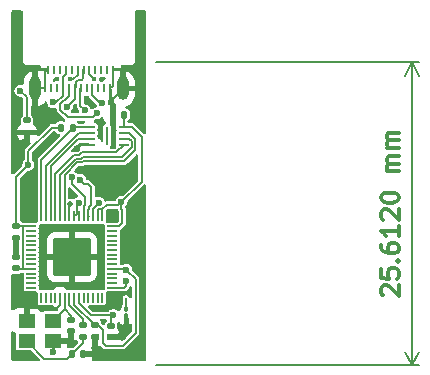
<source format=gbr>
%TF.GenerationSoftware,KiCad,Pcbnew,9.0.2*%
%TF.CreationDate,2026-02-14T14:17:21-05:00*%
%TF.ProjectId,RP2040_minimal_r2,52503230-3430-45f6-9d69-6e696d616c5f,REV2*%
%TF.SameCoordinates,Original*%
%TF.FileFunction,Copper,L1,Top*%
%TF.FilePolarity,Positive*%
%FSLAX46Y46*%
G04 Gerber Fmt 4.6, Leading zero omitted, Abs format (unit mm)*
G04 Created by KiCad (PCBNEW 9.0.2) date 2026-02-14 14:17:21*
%MOMM*%
%LPD*%
G01*
G04 APERTURE LIST*
G04 Aperture macros list*
%AMRoundRect*
0 Rectangle with rounded corners*
0 $1 Rounding radius*
0 $2 $3 $4 $5 $6 $7 $8 $9 X,Y pos of 4 corners*
0 Add a 4 corners polygon primitive as box body*
4,1,4,$2,$3,$4,$5,$6,$7,$8,$9,$2,$3,0*
0 Add four circle primitives for the rounded corners*
1,1,$1+$1,$2,$3*
1,1,$1+$1,$4,$5*
1,1,$1+$1,$6,$7*
1,1,$1+$1,$8,$9*
0 Add four rect primitives between the rounded corners*
20,1,$1+$1,$2,$3,$4,$5,0*
20,1,$1+$1,$4,$5,$6,$7,0*
20,1,$1+$1,$6,$7,$8,$9,0*
20,1,$1+$1,$8,$9,$2,$3,0*%
G04 Aperture macros list end*
%ADD10C,0.300000*%
%TA.AperFunction,NonConductor*%
%ADD11C,0.300000*%
%TD*%
%TA.AperFunction,NonConductor*%
%ADD12C,0.200000*%
%TD*%
%TA.AperFunction,ComponentPad*%
%ADD13O,1.000000X2.000000*%
%TD*%
%TA.AperFunction,SMDPad,CuDef*%
%ADD14R,0.250000X0.800000*%
%TD*%
%TA.AperFunction,SMDPad,CuDef*%
%ADD15RoundRect,0.135000X-0.185000X0.135000X-0.185000X-0.135000X0.185000X-0.135000X0.185000X0.135000X0*%
%TD*%
%TA.AperFunction,SMDPad,CuDef*%
%ADD16RoundRect,0.100000X0.100000X-0.130000X0.100000X0.130000X-0.100000X0.130000X-0.100000X-0.130000X0*%
%TD*%
%TA.AperFunction,HeatsinkPad*%
%ADD17R,0.200000X1.600000*%
%TD*%
%TA.AperFunction,SMDPad,CuDef*%
%ADD18RoundRect,0.062500X-0.387500X-0.062500X0.387500X-0.062500X0.387500X0.062500X-0.387500X0.062500X0*%
%TD*%
%TA.AperFunction,ComponentPad*%
%ADD19C,0.600000*%
%TD*%
%TA.AperFunction,SMDPad,CuDef*%
%ADD20RoundRect,0.144000X-1.456000X-1.456000X1.456000X-1.456000X1.456000X1.456000X-1.456000X1.456000X0*%
%TD*%
%TA.AperFunction,SMDPad,CuDef*%
%ADD21RoundRect,0.050000X-0.050000X-0.387500X0.050000X-0.387500X0.050000X0.387500X-0.050000X0.387500X0*%
%TD*%
%TA.AperFunction,SMDPad,CuDef*%
%ADD22RoundRect,0.050000X-0.387500X-0.050000X0.387500X-0.050000X0.387500X0.050000X-0.387500X0.050000X0*%
%TD*%
%TA.AperFunction,SMDPad,CuDef*%
%ADD23RoundRect,0.140000X0.170000X-0.140000X0.170000X0.140000X-0.170000X0.140000X-0.170000X-0.140000X0*%
%TD*%
%TA.AperFunction,SMDPad,CuDef*%
%ADD24RoundRect,0.140000X0.140000X0.170000X-0.140000X0.170000X-0.140000X-0.170000X0.140000X-0.170000X0*%
%TD*%
%TA.AperFunction,SMDPad,CuDef*%
%ADD25RoundRect,0.135000X-0.135000X-0.185000X0.135000X-0.185000X0.135000X0.185000X-0.135000X0.185000X0*%
%TD*%
%TA.AperFunction,SMDPad,CuDef*%
%ADD26RoundRect,0.140000X-0.170000X0.140000X-0.170000X-0.140000X0.170000X-0.140000X0.170000X0.140000X0*%
%TD*%
%TA.AperFunction,SMDPad,CuDef*%
%ADD27RoundRect,0.140000X-0.140000X-0.170000X0.140000X-0.170000X0.140000X0.170000X-0.140000X0.170000X0*%
%TD*%
%TA.AperFunction,SMDPad,CuDef*%
%ADD28R,1.400000X1.200000*%
%TD*%
%TA.AperFunction,ViaPad*%
%ADD29C,0.600000*%
%TD*%
%TA.AperFunction,ViaPad*%
%ADD30C,0.800000*%
%TD*%
%TA.AperFunction,ViaPad*%
%ADD31C,0.500000*%
%TD*%
%TA.AperFunction,ViaPad*%
%ADD32C,0.450000*%
%TD*%
%TA.AperFunction,Conductor*%
%ADD33C,0.150000*%
%TD*%
%TA.AperFunction,Conductor*%
%ADD34C,0.200000*%
%TD*%
%TA.AperFunction,Conductor*%
%ADD35C,0.250000*%
%TD*%
G04 APERTURE END LIST*
D10*
D11*
X24751185Y13125414D02*
X24679757Y13196842D01*
X24679757Y13196842D02*
X24608328Y13339699D01*
X24608328Y13339699D02*
X24608328Y13696842D01*
X24608328Y13696842D02*
X24679757Y13839699D01*
X24679757Y13839699D02*
X24751185Y13911128D01*
X24751185Y13911128D02*
X24894042Y13982557D01*
X24894042Y13982557D02*
X25036900Y13982557D01*
X25036900Y13982557D02*
X25251185Y13911128D01*
X25251185Y13911128D02*
X26108328Y13053985D01*
X26108328Y13053985D02*
X26108328Y13982557D01*
X24608328Y15339699D02*
X24608328Y14625413D01*
X24608328Y14625413D02*
X25322614Y14553985D01*
X25322614Y14553985D02*
X25251185Y14625413D01*
X25251185Y14625413D02*
X25179757Y14768270D01*
X25179757Y14768270D02*
X25179757Y15125413D01*
X25179757Y15125413D02*
X25251185Y15268270D01*
X25251185Y15268270D02*
X25322614Y15339699D01*
X25322614Y15339699D02*
X25465471Y15411128D01*
X25465471Y15411128D02*
X25822614Y15411128D01*
X25822614Y15411128D02*
X25965471Y15339699D01*
X25965471Y15339699D02*
X26036900Y15268270D01*
X26036900Y15268270D02*
X26108328Y15125413D01*
X26108328Y15125413D02*
X26108328Y14768270D01*
X26108328Y14768270D02*
X26036900Y14625413D01*
X26036900Y14625413D02*
X25965471Y14553985D01*
X25965471Y16053984D02*
X26036900Y16125413D01*
X26036900Y16125413D02*
X26108328Y16053984D01*
X26108328Y16053984D02*
X26036900Y15982556D01*
X26036900Y15982556D02*
X25965471Y16053984D01*
X25965471Y16053984D02*
X26108328Y16053984D01*
X24608328Y17411127D02*
X24608328Y17125413D01*
X24608328Y17125413D02*
X24679757Y16982556D01*
X24679757Y16982556D02*
X24751185Y16911127D01*
X24751185Y16911127D02*
X24965471Y16768270D01*
X24965471Y16768270D02*
X25251185Y16696842D01*
X25251185Y16696842D02*
X25822614Y16696842D01*
X25822614Y16696842D02*
X25965471Y16768270D01*
X25965471Y16768270D02*
X26036900Y16839699D01*
X26036900Y16839699D02*
X26108328Y16982556D01*
X26108328Y16982556D02*
X26108328Y17268270D01*
X26108328Y17268270D02*
X26036900Y17411127D01*
X26036900Y17411127D02*
X25965471Y17482556D01*
X25965471Y17482556D02*
X25822614Y17553985D01*
X25822614Y17553985D02*
X25465471Y17553985D01*
X25465471Y17553985D02*
X25322614Y17482556D01*
X25322614Y17482556D02*
X25251185Y17411127D01*
X25251185Y17411127D02*
X25179757Y17268270D01*
X25179757Y17268270D02*
X25179757Y16982556D01*
X25179757Y16982556D02*
X25251185Y16839699D01*
X25251185Y16839699D02*
X25322614Y16768270D01*
X25322614Y16768270D02*
X25465471Y16696842D01*
X26108328Y18982556D02*
X26108328Y18125413D01*
X26108328Y18553984D02*
X24608328Y18553984D01*
X24608328Y18553984D02*
X24822614Y18411127D01*
X24822614Y18411127D02*
X24965471Y18268270D01*
X24965471Y18268270D02*
X25036900Y18125413D01*
X24751185Y19553984D02*
X24679757Y19625412D01*
X24679757Y19625412D02*
X24608328Y19768269D01*
X24608328Y19768269D02*
X24608328Y20125412D01*
X24608328Y20125412D02*
X24679757Y20268269D01*
X24679757Y20268269D02*
X24751185Y20339698D01*
X24751185Y20339698D02*
X24894042Y20411127D01*
X24894042Y20411127D02*
X25036900Y20411127D01*
X25036900Y20411127D02*
X25251185Y20339698D01*
X25251185Y20339698D02*
X26108328Y19482555D01*
X26108328Y19482555D02*
X26108328Y20411127D01*
X24608328Y21339698D02*
X24608328Y21482555D01*
X24608328Y21482555D02*
X24679757Y21625412D01*
X24679757Y21625412D02*
X24751185Y21696840D01*
X24751185Y21696840D02*
X24894042Y21768269D01*
X24894042Y21768269D02*
X25179757Y21839698D01*
X25179757Y21839698D02*
X25536900Y21839698D01*
X25536900Y21839698D02*
X25822614Y21768269D01*
X25822614Y21768269D02*
X25965471Y21696840D01*
X25965471Y21696840D02*
X26036900Y21625412D01*
X26036900Y21625412D02*
X26108328Y21482555D01*
X26108328Y21482555D02*
X26108328Y21339698D01*
X26108328Y21339698D02*
X26036900Y21196840D01*
X26036900Y21196840D02*
X25965471Y21125412D01*
X25965471Y21125412D02*
X25822614Y21053983D01*
X25822614Y21053983D02*
X25536900Y20982555D01*
X25536900Y20982555D02*
X25179757Y20982555D01*
X25179757Y20982555D02*
X24894042Y21053983D01*
X24894042Y21053983D02*
X24751185Y21125412D01*
X24751185Y21125412D02*
X24679757Y21196840D01*
X24679757Y21196840D02*
X24608328Y21339698D01*
X26108328Y23625411D02*
X25108328Y23625411D01*
X25251185Y23625411D02*
X25179757Y23696840D01*
X25179757Y23696840D02*
X25108328Y23839697D01*
X25108328Y23839697D02*
X25108328Y24053983D01*
X25108328Y24053983D02*
X25179757Y24196840D01*
X25179757Y24196840D02*
X25322614Y24268268D01*
X25322614Y24268268D02*
X26108328Y24268268D01*
X25322614Y24268268D02*
X25179757Y24339697D01*
X25179757Y24339697D02*
X25108328Y24482554D01*
X25108328Y24482554D02*
X25108328Y24696840D01*
X25108328Y24696840D02*
X25179757Y24839697D01*
X25179757Y24839697D02*
X25322614Y24911126D01*
X25322614Y24911126D02*
X26108328Y24911126D01*
X26108328Y25625411D02*
X25108328Y25625411D01*
X25251185Y25625411D02*
X25179757Y25696840D01*
X25179757Y25696840D02*
X25108328Y25839697D01*
X25108328Y25839697D02*
X25108328Y26053983D01*
X25108328Y26053983D02*
X25179757Y26196840D01*
X25179757Y26196840D02*
X25322614Y26268268D01*
X25322614Y26268268D02*
X26108328Y26268268D01*
X25322614Y26268268D02*
X25179757Y26339697D01*
X25179757Y26339697D02*
X25108328Y26482554D01*
X25108328Y26482554D02*
X25108328Y26696840D01*
X25108328Y26696840D02*
X25179757Y26839697D01*
X25179757Y26839697D02*
X25322614Y26911126D01*
X25322614Y26911126D02*
X26108328Y26911126D01*
D12*
X5580000Y32860000D02*
X27816420Y32860000D01*
X27816420Y7247966D02*
X5520000Y7247966D01*
X27230000Y32860000D02*
X27230000Y7247966D01*
X27230000Y32860000D02*
X27816421Y31733496D01*
X27230000Y32860000D02*
X26643579Y31733496D01*
X27230000Y7247966D02*
X26643579Y8374470D01*
X27230000Y7247966D02*
X27816421Y8374470D01*
D13*
%TO.P,1,25,GND*%
%TO.N,GND*%
X-4650000Y30650000D03*
X2760000Y30650000D03*
D14*
%TO.P,1,24,GND*%
X-3570000Y32250000D03*
%TO.P,1,23,SSRXP1*%
%TO.N,unconnected-(1-SSRXP1-Pad23)*%
X-3070000Y32250000D03*
%TO.P,1,22,SSRXN1*%
%TO.N,unconnected-(1-SSRXN1-Pad22)*%
X-2570000Y32250000D03*
%TO.P,1,21,VBUS*%
%TO.N,VBUS*%
X-2070000Y32250000D03*
%TO.P,1,20,SBU2*%
%TO.N,unconnected-(1-SBU2-Pad20)*%
X-1570000Y32250000D03*
%TO.P,1,19,DN2*%
%TO.N,/USB_D-*%
X-1070000Y32250000D03*
%TO.P,1,18,DP2*%
%TO.N,/USB_D+*%
X-570000Y32250000D03*
%TO.P,1,17,CC2*%
%TO.N,Net-(1-CC2)*%
X-70000Y32250000D03*
%TO.P,1,16,VBUS*%
%TO.N,unconnected-(1-VBUS-Pad16)*%
X430000Y32250000D03*
%TO.P,1,15,SSTXN2*%
%TO.N,unconnected-(1-SSTXN2-Pad15)*%
X930000Y32250000D03*
%TO.P,1,14,SSTXP2*%
%TO.N,unconnected-(1-SSTXP2-Pad14)*%
X1430000Y32250000D03*
%TO.P,1,13,GND*%
%TO.N,GND*%
X1930000Y32250000D03*
%TO.P,1,12,GND*%
X1680000Y30650000D03*
%TO.P,1,11,SSRXP2*%
%TO.N,unconnected-(1-SSRXP2-Pad11)*%
X1180000Y30650000D03*
%TO.P,1,10,SSRXN2*%
%TO.N,unconnected-(1-SSRXN2-Pad10)*%
X680000Y30650000D03*
%TO.P,1,9,VBUS*%
%TO.N,VBUS*%
X180000Y30650000D03*
%TO.P,1,8,SBU1*%
%TO.N,unconnected-(1-SBU1-Pad8)*%
X-320000Y30650000D03*
%TO.P,1,7,DN1*%
%TO.N,/USB_D-*%
X-820000Y30650000D03*
%TO.P,1,6,DP1*%
%TO.N,/USB_D+*%
X-1320000Y30650000D03*
%TO.P,1,5,CC1*%
%TO.N,Net-(1-CC1)*%
X-1820000Y30650000D03*
%TO.P,1,4,VBUS*%
%TO.N,VBUS*%
X-2320000Y30650000D03*
%TO.P,1,3,SSTXN1*%
%TO.N,unconnected-(1-SSTXN1-Pad3)*%
X-2820000Y30650000D03*
%TO.P,1,2,SSTXP1*%
%TO.N,unconnected-(1-SSTXP1-Pad2)*%
X-3320000Y30650000D03*
%TO.P,1,1,GND*%
%TO.N,GND*%
X-3820000Y30650000D03*
%TD*%
D15*
%TO.P,R6,2*%
%TO.N,GND*%
X-5360000Y26920000D03*
%TO.P,R6,1*%
%TO.N,Net-(1-CC2)*%
X-5360000Y27940000D03*
%TD*%
D16*
%TO.P,D1,2,A*%
%TO.N,Net-(D1-A)*%
X3040000Y12017966D03*
%TO.P,D1,1,K*%
%TO.N,GND*%
X3040000Y11377966D03*
%TD*%
D17*
%TO.P,U2,9*%
%TO.N,N/C*%
X1410000Y26650000D03*
D18*
%TO.P,U2,8,VCC*%
%TO.N,+3V3*%
X2835000Y27400000D03*
%TO.P,U2,7,IO3*%
%TO.N,/QSPI_SD3*%
X2835000Y26900000D03*
%TO.P,U2,6,CLK*%
%TO.N,/QSPI_SCLK*%
X2835000Y26400000D03*
%TO.P,U2,5,DI(IO0)*%
%TO.N,/QSPI_SD0*%
X2835000Y25900000D03*
%TO.P,U2,4,GND*%
%TO.N,GND*%
X-15000Y25900000D03*
%TO.P,U2,3,IO2*%
%TO.N,/QSPI_SD2*%
X-15000Y26400000D03*
%TO.P,U2,2,DO(IO1)*%
%TO.N,/QSPI_SD1*%
X-15000Y26900000D03*
%TO.P,U2,1,~{CS}*%
%TO.N,/QSPI_SS*%
X-15000Y27400000D03*
%TD*%
D19*
%TO.P,U3,57,GND*%
%TO.N,GND*%
X-295000Y15100128D03*
X-295000Y16375128D03*
X-295000Y17650128D03*
X-1570000Y15100128D03*
D20*
X-1570000Y16375128D03*
D19*
X-1570000Y16375128D03*
X-1570000Y17650128D03*
X-2845000Y15100128D03*
X-2845000Y16375128D03*
X-2845000Y17650128D03*
D21*
%TO.P,U3,56,QSPI_SS*%
%TO.N,/QSPI_SS*%
X-4170000Y19812628D03*
%TO.P,U3,55,QSPI_SD1*%
%TO.N,/QSPI_SD1*%
X-3770000Y19812628D03*
%TO.P,U3,54,QSPI_SD2*%
%TO.N,/QSPI_SD2*%
X-3370000Y19812628D03*
%TO.P,U3,53,QSPI_SD0*%
%TO.N,/QSPI_SD0*%
X-2970000Y19812628D03*
%TO.P,U3,52,QSPI_SCLK*%
%TO.N,/QSPI_SCLK*%
X-2570000Y19812628D03*
%TO.P,U3,51,QSPI_SD3*%
%TO.N,/QSPI_SD3*%
X-2170000Y19812628D03*
%TO.P,U3,50,DVDD*%
%TO.N,+1V1*%
X-1770000Y19812628D03*
%TO.P,U3,49,IOVDD*%
%TO.N,+3V3*%
X-1370000Y19812628D03*
%TO.P,U3,48,USB_VDD*%
X-970000Y19812628D03*
%TO.P,U3,47,USB_DP*%
%TO.N,Net-(U3-USB_DP)*%
X-570000Y19812628D03*
%TO.P,U3,46,USB_DM*%
%TO.N,Net-(U3-USB_DM)*%
X-170000Y19812628D03*
%TO.P,U3,45,VREG_VOUT*%
%TO.N,+1V1*%
X230000Y19812628D03*
%TO.P,U3,44,VREG_IN*%
%TO.N,+3V3*%
X630000Y19812628D03*
%TO.P,U3,43,ADC_AVDD*%
X1030000Y19812628D03*
D22*
%TO.P,U3,42,IOVDD*%
X1867500Y18975128D03*
%TO.P,U3,41,GPIO29_ADC3*%
%TO.N,/GPIO29_ADC3*%
X1867500Y18575128D03*
%TO.P,U3,40,GPIO28_ADC2*%
%TO.N,/GPIO28_ADC2*%
X1867500Y18175128D03*
%TO.P,U3,39,GPIO27_ADC1*%
%TO.N,/GPIO27_ADC1*%
X1867500Y17775128D03*
%TO.P,U3,38,GPIO26_ADC0*%
%TO.N,/GPIO26_ADC0*%
X1867500Y17375128D03*
%TO.P,U3,37,GPIO25*%
%TO.N,/GPIO25*%
X1867500Y16975128D03*
%TO.P,U3,36,GPIO24*%
%TO.N,/GPIO24*%
X1867500Y16575128D03*
%TO.P,U3,35,GPIO23*%
%TO.N,/GPIO23*%
X1867500Y16175128D03*
%TO.P,U3,34,GPIO22*%
%TO.N,/GPIO22*%
X1867500Y15775128D03*
%TO.P,U3,33,IOVDD*%
%TO.N,+3V3*%
X1867500Y15375128D03*
%TO.P,U3,32,GPIO21*%
%TO.N,/GPIO21*%
X1867500Y14975128D03*
%TO.P,U3,31,GPIO20*%
%TO.N,/GPIO20*%
X1867500Y14575128D03*
%TO.P,U3,30,GPIO19*%
%TO.N,/GPIO19*%
X1867500Y14175128D03*
%TO.P,U3,29,GPIO18*%
%TO.N,/GPIO18*%
X1867500Y13775128D03*
D21*
%TO.P,U3,28,GPIO17*%
%TO.N,/GPIO17*%
X1030000Y12937628D03*
%TO.P,U3,27,GPIO16*%
%TO.N,/GPIO16*%
X630000Y12937628D03*
%TO.P,U3,26,RUN*%
%TO.N,/RUN*%
X230000Y12937628D03*
%TO.P,U3,25,SWD*%
%TO.N,/SWD*%
X-170000Y12937628D03*
%TO.P,U3,24,SWCLK*%
%TO.N,/SWCLK*%
X-570000Y12937628D03*
%TO.P,U3,23,DVDD*%
%TO.N,+1V1*%
X-970000Y12937628D03*
%TO.P,U3,22,IOVDD*%
%TO.N,+3V3*%
X-1370000Y12937628D03*
%TO.P,U3,21,XOUT*%
%TO.N,/XOUT*%
X-1770000Y12937628D03*
%TO.P,U3,20,XIN*%
%TO.N,/XIN*%
X-2170000Y12937628D03*
%TO.P,U3,19,TESTEN*%
%TO.N,GND*%
X-2570000Y12937628D03*
%TO.P,U3,18,GPIO15*%
%TO.N,/GPIO15*%
X-2970000Y12937628D03*
%TO.P,U3,17,GPIO14*%
%TO.N,/GPIO14*%
X-3370000Y12937628D03*
%TO.P,U3,16,GPIO13*%
%TO.N,/GPIO13*%
X-3770000Y12937628D03*
%TO.P,U3,15,GPIO12*%
%TO.N,/GPIO12*%
X-4170000Y12937628D03*
D22*
%TO.P,U3,14,GPIO11*%
%TO.N,/GPIO11*%
X-5007500Y13775128D03*
%TO.P,U3,13,GPIO10*%
%TO.N,/GPIO10*%
X-5007500Y14175128D03*
%TO.P,U3,12,GPIO9*%
%TO.N,/GPIO9*%
X-5007500Y14575128D03*
%TO.P,U3,11,GPIO8*%
%TO.N,/GPIO8*%
X-5007500Y14975128D03*
%TO.P,U3,10,IOVDD*%
%TO.N,+3V3*%
X-5007500Y15375128D03*
%TO.P,U3,9,GPIO7*%
%TO.N,/GPIO7*%
X-5007500Y15775128D03*
%TO.P,U3,8,GPIO6*%
%TO.N,/GPIO6*%
X-5007500Y16175128D03*
%TO.P,U3,7,GPIO5*%
%TO.N,/GPIO5*%
X-5007500Y16575128D03*
%TO.P,U3,6,GPIO4*%
%TO.N,/GPIO4*%
X-5007500Y16975128D03*
%TO.P,U3,5,GPIO3*%
%TO.N,/GPIO3*%
X-5007500Y17375128D03*
%TO.P,U3,4,GPIO2*%
%TO.N,/GPIO2*%
X-5007500Y17775128D03*
%TO.P,U3,3,GPIO1*%
%TO.N,/GPIO1*%
X-5007500Y18175128D03*
%TO.P,U3,2,GPIO0*%
%TO.N,/GPIO0*%
X-5007500Y18575128D03*
%TO.P,U3,1,IOVDD*%
%TO.N,+3V3*%
X-5007500Y18975128D03*
%TD*%
D23*
%TO.P,C13,1*%
%TO.N,+3V3*%
X-6277500Y15415128D03*
%TO.P,C13,2*%
%TO.N,GND*%
X-6277500Y16375128D03*
%TD*%
D24*
%TO.P,C5,1*%
%TO.N,+3V3*%
X2850000Y28440000D03*
%TO.P,C5,2*%
%TO.N,GND*%
X1890000Y28440000D03*
%TD*%
D25*
%TO.P,R2,1*%
%TO.N,+3V3*%
X-2490000Y27340000D03*
%TO.P,R2,2*%
%TO.N,/QSPI_SS*%
X-1470000Y27340000D03*
%TD*%
D26*
%TO.P,C14,1*%
%TO.N,+3V3*%
X410000Y10587966D03*
%TO.P,C14,2*%
%TO.N,GND*%
X410000Y9627966D03*
%TD*%
%TO.P,C7,1*%
%TO.N,+1V1*%
X1776725Y10552129D03*
%TO.P,C7,2*%
%TO.N,GND*%
X1776725Y9592129D03*
%TD*%
%TO.P,C11,1*%
%TO.N,+3V3*%
X-6277500Y18965128D03*
%TO.P,C11,2*%
%TO.N,GND*%
X-6277500Y18005128D03*
%TD*%
%TO.P,C2,1*%
%TO.N,/XIN*%
X-1630000Y11037966D03*
%TO.P,C2,2*%
%TO.N,GND*%
X-1630000Y10077966D03*
%TD*%
D27*
%TO.P,C3,1*%
%TO.N,Net-(C3-Pad1)*%
X-1590000Y8147966D03*
%TO.P,C3,2*%
%TO.N,GND*%
X-630000Y8147966D03*
%TD*%
D28*
%TO.P,Y1,1,1*%
%TO.N,/XIN*%
X-3180000Y10967966D03*
%TO.P,Y1,2,2*%
%TO.N,GND*%
X-5380000Y10967966D03*
%TO.P,Y1,3,3*%
%TO.N,Net-(C3-Pad1)*%
X-5380000Y9267966D03*
%TO.P,Y1,4,4*%
%TO.N,GND*%
X-3180000Y9267966D03*
%TD*%
D15*
%TO.P,R5,1*%
%TO.N,/XOUT*%
X-600000Y10597966D03*
%TO.P,R5,2*%
%TO.N,Net-(C3-Pad1)*%
X-600000Y9577966D03*
%TD*%
D29*
%TO.N,GND*%
X-1150000Y25520000D03*
%TO.N,+3V3*%
X-1000138Y20945439D03*
%TO.N,/USB_D-*%
X-470000Y28790000D03*
%TO.N,Net-(1-CC1)*%
X530000Y28550000D03*
%TO.N,Net-(1-CC2)*%
X-5920000Y30450000D03*
%TO.N,GND*%
X-5770000Y12587966D03*
X-5360000Y7847966D03*
X2490000Y7957966D03*
D30*
X-6190000Y33610000D03*
X-5740000Y25920000D03*
X2660000Y9717966D03*
D29*
X4300000Y29030000D03*
X-6277500Y17185128D03*
X3050000Y10417966D03*
D30*
X3780000Y8707966D03*
D29*
X-3180000Y8297966D03*
X4370000Y27820000D03*
X410000Y8727966D03*
X-1620000Y9187966D03*
D30*
X4220000Y32290000D03*
D29*
%TO.N,VBUS*%
X-3151795Y29491386D03*
X1005000Y29455000D03*
%TO.N,+3V3*%
X3062500Y15295128D03*
X2630000Y21047966D03*
X-5260000Y24190000D03*
D31*
%TO.N,+1V1*%
X-1695000Y20860783D03*
D29*
X1922500Y11457129D03*
X717622Y20972628D03*
%TO.N,/GPIO18*%
X3040000Y14317966D03*
%TO.N,Net-(U3-USB_DP)*%
X-1575011Y23167192D03*
%TO.N,Net-(U3-USB_DM)*%
X-837583Y22926153D03*
%TO.N,/USB_D+*%
X-1995000Y29095000D03*
D32*
%TO.N,/USB_D-*%
X-1680000Y31470000D03*
%TO.N,Net-(1-CC2)*%
X325876Y31445876D03*
%TD*%
D33*
%TO.N,+1V1*%
X-1770000Y20735784D02*
X-1770000Y19812628D01*
X-1695000Y20860783D02*
X-1695000Y20810784D01*
X-1695000Y20810784D02*
X-1770000Y20735784D01*
D34*
%TO.N,Net-(U3-USB_DM)*%
X-837583Y22926153D02*
X-507985Y22596555D01*
X-96000Y20633340D02*
X-96000Y20454000D01*
X-507985Y22596555D02*
X-226555Y22596555D01*
X-226555Y22596555D02*
X90000Y22280000D01*
X-96000Y20454000D02*
X-170000Y20380000D01*
X90000Y22280000D02*
X90000Y20819340D01*
X90000Y20819340D02*
X-96000Y20633340D01*
X-170000Y20380000D02*
X-170000Y19812628D01*
%TO.N,Net-(U3-USB_DP)*%
X-521000Y20675389D02*
X-521000Y19861628D01*
X-1575011Y23167192D02*
X-1575011Y22590011D01*
X-1575011Y22590011D02*
X-420000Y21435000D01*
X-420000Y21435000D02*
X-420000Y20776389D01*
X-420000Y20776389D02*
X-521000Y20675389D01*
X-521000Y19861628D02*
X-570000Y19812628D01*
D33*
%TO.N,/QSPI_SD3*%
X-2170000Y19812628D02*
X-2170000Y23318644D01*
X-2170000Y23318644D02*
X-1096644Y24392000D01*
X2860000Y24480000D02*
X3812000Y25432000D01*
X-1096644Y24392000D02*
X-682767Y24392000D01*
X-594767Y24480000D02*
X2860000Y24480000D01*
X-682767Y24392000D02*
X-594767Y24480000D01*
X3284999Y26900000D02*
X2835000Y26900000D01*
X3812000Y25432000D02*
X3812000Y26372999D01*
X3812000Y26372999D02*
X3284999Y26900000D01*
%TO.N,/QSPI_SCLK*%
X2835000Y26400000D02*
X3284999Y26400000D01*
X-2570000Y23344322D02*
X-2570000Y19812628D01*
X3511000Y25716268D02*
X2654732Y24860000D01*
X-640445Y24860000D02*
X-807445Y24693000D01*
X-1221322Y24693000D02*
X-2570000Y23344322D01*
X3284999Y26400000D02*
X3511000Y26173999D01*
X3511000Y26173999D02*
X3511000Y25716268D01*
X2654732Y24860000D02*
X-640445Y24860000D01*
X-807445Y24693000D02*
X-1221322Y24693000D01*
%TO.N,/QSPI_SD0*%
X2835000Y25900000D02*
X2175000Y25240000D01*
X-1346000Y24994000D02*
X-2970000Y23370000D01*
X-686123Y25240000D02*
X-932123Y24994000D01*
X-932123Y24994000D02*
X-1346000Y24994000D01*
X2175000Y25240000D02*
X-686123Y25240000D01*
X-2970000Y23370000D02*
X-2970000Y19812628D01*
%TO.N,GND*%
X-1150000Y25520000D02*
X-770000Y25900000D01*
X-770000Y25900000D02*
X-15000Y25900000D01*
%TO.N,+1V1*%
X717622Y20972628D02*
X717622Y20947622D01*
X717622Y20947622D02*
X230000Y20460000D01*
X230000Y20460000D02*
X230000Y19812628D01*
D34*
%TO.N,Net-(U3-USB_DM)*%
X-170000Y19812628D02*
X-120000Y19862628D01*
%TO.N,+3V3*%
X-1120000Y20062628D02*
X-1120000Y20825577D01*
X-1120000Y20825577D02*
X-1000138Y20945439D01*
X-5260000Y24190000D02*
X-6277500Y23172500D01*
X-6277500Y23172500D02*
X-6277500Y18965128D01*
D33*
%TO.N,/QSPI_SS*%
X-1470000Y27340000D02*
X-1470000Y27320000D01*
X-1470000Y27320000D02*
X-4170000Y24620000D01*
X-4170000Y24620000D02*
X-4170000Y19812628D01*
%TO.N,/QSPI_SD1*%
X-15000Y26900000D02*
X-990000Y26900000D01*
X-990000Y26900000D02*
X-3770000Y24120000D01*
X-3770000Y24120000D02*
X-3770000Y19812628D01*
%TO.N,/QSPI_SD2*%
X-15000Y26400000D02*
X-1020000Y26400000D01*
X-1020000Y26400000D02*
X-3370000Y24050000D01*
X-3370000Y24050000D02*
X-3370000Y19812628D01*
D34*
%TO.N,+3V3*%
X2835000Y27400000D02*
X3490000Y27400000D01*
X3490000Y27400000D02*
X4340000Y26550000D01*
X4340000Y26550000D02*
X4340000Y22757966D01*
X4340000Y22757966D02*
X2630000Y21047966D01*
X-5260000Y24190000D02*
X-5260000Y25350000D01*
X-5260000Y25350000D02*
X-3270000Y27340000D01*
X-3270000Y27340000D02*
X-2490000Y27340000D01*
X-970000Y19812628D02*
X-970000Y19912628D01*
X-970000Y19912628D02*
X-1120000Y20062628D01*
X-1370000Y19812628D02*
X-1120000Y20062628D01*
D33*
%TO.N,GND*%
X-5360000Y26920000D02*
X-5360000Y26300000D01*
X-5360000Y26300000D02*
X-5740000Y25920000D01*
D34*
%TO.N,Net-(1-CC2)*%
X-5920000Y30450000D02*
X-5360000Y29890000D01*
X-5360000Y29890000D02*
X-5360000Y27940000D01*
X-70000Y31841752D02*
X325876Y31445876D01*
X-70000Y32250000D02*
X-70000Y31841752D01*
%TO.N,GND*%
X2760000Y31980000D02*
X2490000Y32250000D01*
D33*
X2300000Y8147966D02*
X2490000Y7957966D01*
D34*
X-6277500Y17185128D02*
X-6277500Y18005128D01*
X-6277500Y16375128D02*
X-6277500Y17185128D01*
D35*
X-1700000Y9267966D02*
X-3180000Y9267966D01*
D34*
X1946179Y9613111D02*
X2021179Y9538111D01*
D33*
X-3833000Y30715286D02*
X-3833000Y32065286D01*
X2660000Y9715766D02*
X2536363Y9592129D01*
X410000Y8727966D02*
X410000Y9627966D01*
D34*
X-3570000Y32250000D02*
X-3648286Y32250000D01*
X1680000Y29990000D02*
X1890000Y29780000D01*
D33*
X3040000Y10427966D02*
X3050000Y10417966D01*
X-5380000Y11877966D02*
X-5380000Y10967966D01*
D34*
X1930000Y30900000D02*
X1930000Y32250000D01*
X1890000Y29780000D02*
X2760000Y30650000D01*
X1680000Y30650000D02*
X1680000Y29990000D01*
D33*
X2536363Y9592129D02*
X1776725Y9592129D01*
D34*
X-3648286Y32250000D02*
X-3833000Y32065286D01*
D35*
X-3180000Y8297966D02*
X-3180000Y9267966D01*
X-1620000Y9187966D02*
X-1620000Y10067966D01*
D33*
X2660000Y9717966D02*
X2660000Y9715766D01*
X-2570000Y12297966D02*
X-2790000Y12077966D01*
D35*
X-1620000Y9187966D02*
X-1700000Y9267966D01*
D34*
X1890000Y28440000D02*
X1890000Y29780000D01*
D33*
X-630000Y8147966D02*
X2300000Y8147966D01*
D34*
X2490000Y32250000D02*
X1930000Y32250000D01*
X2760000Y30650000D02*
X2760000Y31980000D01*
D33*
X-4663000Y30715286D02*
X-3833000Y30715286D01*
X-2790000Y12077966D02*
X-5260000Y12077966D01*
X-5260000Y11997966D02*
X-5380000Y11877966D01*
D35*
X-1620000Y10067966D02*
X-1630000Y10077966D01*
D33*
X-5260000Y12077966D02*
X-5770000Y12587966D01*
X-2570000Y12937628D02*
X-2570000Y12297966D01*
X-5260000Y12077966D02*
X-5260000Y11997966D01*
X3040000Y11377966D02*
X3040000Y10427966D01*
D34*
X1680000Y30650000D02*
X1930000Y30900000D01*
%TO.N,VBUS*%
X-2320000Y30650000D02*
X-2320000Y30050000D01*
X-2320000Y31599000D02*
X-2070000Y31849000D01*
X795000Y29455000D02*
X167000Y30083000D01*
X-2878614Y29491386D02*
X-3151795Y29491386D01*
X-2320000Y30050000D02*
X-2878614Y29491386D01*
X167000Y30083000D02*
X167000Y30715286D01*
X-2320000Y30650000D02*
X-2320000Y31599000D01*
X1005000Y29455000D02*
X795000Y29455000D01*
X-2070000Y31849000D02*
X-2070000Y32250000D01*
D33*
%TO.N,/XIN*%
X-2170000Y11977966D02*
X-3180000Y10967966D01*
X-2170000Y11977966D02*
X-2170000Y11947966D01*
X-1630000Y11407966D02*
X-1630000Y11037966D01*
X-2170000Y11947966D02*
X-1630000Y11407966D01*
X-2170000Y12937628D02*
X-2170000Y11977966D01*
%TO.N,/XOUT*%
X-600000Y11126594D02*
X-600000Y10597966D01*
X-1770000Y12937628D02*
X-1770000Y12296594D01*
X-1770000Y12296594D02*
X-600000Y11126594D01*
D34*
%TO.N,+3V3*%
X670000Y10587966D02*
X410000Y10587966D01*
X2982500Y15375128D02*
X3062500Y15295128D01*
X2702500Y20404789D02*
X2702500Y19245128D01*
X-5007500Y15375128D02*
X-5707500Y15375128D01*
X-5707500Y15375128D02*
X-6237500Y15375128D01*
X410000Y10587966D02*
X399662Y10587966D01*
X2630000Y21047966D02*
X2630000Y20477289D01*
X-5707500Y18910128D02*
X-5652500Y18965128D01*
X-6277500Y18965128D02*
X-5652500Y18965128D01*
X630000Y20372628D02*
X680000Y20422628D01*
X1867500Y15375128D02*
X2982500Y15375128D01*
X1070000Y10187966D02*
X670000Y10587966D01*
X-1370000Y12357628D02*
X-1370000Y12937628D01*
X3840000Y9976527D02*
X2730602Y8867129D01*
X2835000Y28425000D02*
X2850000Y28440000D01*
X3840000Y14517628D02*
X3840000Y9976527D01*
X1030000Y19812628D02*
X1030000Y20422628D01*
X3062500Y15295128D02*
X3840000Y14517628D01*
X-5707500Y15375128D02*
X-5707500Y18910128D01*
X2363144Y20781110D02*
X1388482Y20781110D01*
X399662Y10587966D02*
X-1370000Y12357628D01*
X1030000Y20422628D02*
X680000Y20422628D01*
X2730602Y8867129D02*
X1332500Y8867129D01*
X-5642500Y18975128D02*
X-5652500Y18965128D01*
X1332500Y8867129D02*
X1070000Y9129629D01*
X2630000Y20477289D02*
X2702500Y20404789D01*
X-5007500Y18975128D02*
X-5642500Y18975128D01*
X2702500Y19245128D02*
X2432500Y18975128D01*
X-6237500Y15375128D02*
X-6277500Y15415128D01*
X2432500Y18975128D02*
X1867500Y18975128D01*
X2630000Y21047966D02*
X2363144Y20781110D01*
X630000Y19812628D02*
X630000Y20372628D01*
X2835000Y27400000D02*
X2835000Y28425000D01*
X1388482Y20781110D02*
X1030000Y20422628D01*
X1070000Y9129629D02*
X1070000Y10187966D01*
%TO.N,+1V1*%
X1922500Y11457129D02*
X26888Y11457129D01*
X1776725Y10552129D02*
X1776725Y11311354D01*
X-970000Y12454017D02*
X-970000Y12937628D01*
X26888Y11457129D02*
X-970000Y12454017D01*
D33*
%TO.N,/GPIO18*%
X3040000Y13942290D02*
X2872838Y13775128D01*
X2872838Y13775128D02*
X1867500Y13775128D01*
X3040000Y14317966D02*
X3040000Y13942290D01*
%TO.N,/QSPI_SS*%
X-1410000Y27400000D02*
X-1470000Y27340000D01*
X-15000Y27400000D02*
X-1410000Y27400000D01*
D34*
%TO.N,/USB_D+*%
X-1196000Y31204000D02*
X-1030000Y31370000D01*
X-1030000Y31370000D02*
X-730000Y31370000D01*
X-1995000Y29095000D02*
X-1333000Y29757000D01*
X-1320000Y30650000D02*
X-1196000Y30774000D01*
X-1333000Y29757000D02*
X-1333000Y30715286D01*
X-1196000Y30774000D02*
X-1196000Y31204000D01*
X-583000Y31517000D02*
X-583000Y32315286D01*
X-730000Y31370000D02*
X-583000Y31517000D01*
D33*
%TO.N,Net-(C3-Pad1)*%
X-2956123Y7777966D02*
X-2962123Y7771966D01*
X-600000Y9137966D02*
X-1590000Y8147966D01*
X-600000Y9577966D02*
X-600000Y9137966D01*
X-2962123Y7771966D02*
X-3397877Y7771966D01*
X-3403877Y7777966D02*
X-3890000Y7777966D01*
X-3890000Y7777966D02*
X-5380000Y9267966D01*
X-1960000Y7777966D02*
X-2956123Y7777966D01*
X-3397877Y7771966D02*
X-3403877Y7777966D01*
X-1590000Y8147966D02*
X-1960000Y7777966D01*
%TO.N,Net-(D1-A)*%
X3040000Y12877966D02*
X3030000Y12887966D01*
X3040000Y11947966D02*
X3040000Y12877966D01*
D34*
%TO.N,/USB_D-*%
X-1680000Y31470000D02*
X-1426389Y31470000D01*
X-1426389Y31470000D02*
X-1070000Y31826389D01*
X-1070000Y31826389D02*
X-1070000Y32250000D01*
%TO.N,Net-(1-CC1)*%
X-1918232Y28239000D02*
X-2546000Y28866768D01*
X-2546000Y28866768D02*
X-2546000Y29323232D01*
X-2223232Y29646000D02*
X-2174000Y29646000D01*
X530000Y28550000D02*
X219000Y28239000D01*
X219000Y28239000D02*
X-1918232Y28239000D01*
X-2546000Y29323232D02*
X-2223232Y29646000D01*
X-2174000Y29646000D02*
X-1833000Y29987000D01*
X-1833000Y29987000D02*
X-1833000Y30715286D01*
%TO.N,/USB_D-*%
X-833000Y30715286D02*
X-833000Y29153000D01*
X-833000Y29153000D02*
X-470000Y28790000D01*
%TD*%
%TA.AperFunction,Conductor*%
%TO.N,GND*%
G36*
X-6521709Y10077273D02*
G01*
X-6504136Y10074769D01*
X-6474420Y10055726D01*
X-6323420Y9925229D01*
X-6306756Y9899373D01*
X-6288318Y9874743D01*
X-6287999Y9870269D01*
X-6285569Y9866500D01*
X-6280500Y9831410D01*
X-6280500Y8648214D01*
X-6268869Y8589737D01*
X-6268868Y8589736D01*
X-6224553Y8523414D01*
X-6158231Y8479099D01*
X-6158230Y8479098D01*
X-6099753Y8467467D01*
X-6099750Y8467466D01*
X-6099748Y8467466D01*
X-5020477Y8467466D01*
X-4953438Y8447781D01*
X-4932796Y8431147D01*
X-4261797Y7760147D01*
X-4228312Y7698824D01*
X-4233296Y7629132D01*
X-4275168Y7573199D01*
X-4340632Y7548782D01*
X-4349478Y7548466D01*
X-6555500Y7548466D01*
X-6622539Y7568151D01*
X-6668294Y7620955D01*
X-6679500Y7672466D01*
X-6679500Y9961907D01*
X-6674500Y9978937D01*
X-6674523Y9996686D01*
X-6664860Y10011766D01*
X-6659815Y10028946D01*
X-6646403Y10040568D01*
X-6636825Y10055514D01*
X-6620543Y10062976D01*
X-6607011Y10074701D01*
X-6589445Y10077227D01*
X-6573307Y10084622D01*
X-6555578Y10082097D01*
X-6537853Y10084645D01*
X-6521709Y10077273D01*
G37*
%TD.AperFunction*%
%TA.AperFunction,Conductor*%
G36*
X4638834Y22529316D02*
G01*
X4694767Y22487444D01*
X4719184Y22421980D01*
X4719500Y22413134D01*
X4719500Y7672466D01*
X4699815Y7605427D01*
X4647011Y7559672D01*
X4595500Y7548466D01*
X215808Y7548466D01*
X148769Y7568151D01*
X103014Y7620955D01*
X93070Y7690113D01*
X99901Y7714267D01*
X99856Y7714280D01*
X101696Y7720614D01*
X102007Y7721713D01*
X102032Y7721773D01*
X147144Y7877048D01*
X147145Y7877054D01*
X148790Y7897966D01*
X-506000Y7897966D01*
X-573039Y7917651D01*
X-618794Y7970455D01*
X-630000Y8021966D01*
X-630000Y8273966D01*
X-610315Y8341005D01*
X-557511Y8386760D01*
X-506000Y8397966D01*
X148790Y8397966D01*
X147145Y8418877D01*
X102032Y8574160D01*
X50131Y8661918D01*
X32948Y8729642D01*
X55107Y8795905D01*
X109573Y8839668D01*
X157970Y8847300D01*
X160000Y8849176D01*
X160000Y9503966D01*
X179685Y9571005D01*
X232489Y9616760D01*
X284000Y9627966D01*
X410000Y9627966D01*
X410000Y9753966D01*
X412550Y9762652D01*
X411262Y9771613D01*
X422240Y9795654D01*
X429685Y9821005D01*
X436525Y9826933D01*
X440287Y9835169D01*
X462521Y9849459D01*
X482489Y9866760D01*
X493003Y9869048D01*
X499065Y9872943D01*
X534000Y9877966D01*
X645500Y9877966D01*
X712539Y9858281D01*
X758294Y9805477D01*
X769500Y9753966D01*
X769500Y9501966D01*
X749815Y9434927D01*
X697011Y9389172D01*
X664031Y9381998D01*
X660000Y9377966D01*
X660000Y8849177D01*
X680913Y8850822D01*
X798728Y8885049D01*
X868598Y8884850D01*
X921004Y8853654D01*
X1092040Y8682618D01*
X1147989Y8626669D01*
X1147991Y8626668D01*
X1147995Y8626665D01*
X1192120Y8601190D01*
X1216511Y8587108D01*
X1292938Y8566629D01*
X1292940Y8566629D01*
X2770162Y8566629D01*
X2770164Y8566629D01*
X2846591Y8587108D01*
X2915113Y8626669D01*
X2971062Y8682618D01*
X4080460Y9792016D01*
X4120022Y9860539D01*
X4140500Y9936965D01*
X4140500Y10016089D01*
X4140500Y14557190D01*
X4120021Y14633617D01*
X4104017Y14661337D01*
X4080464Y14702133D01*
X4080458Y14702141D01*
X3599319Y15183280D01*
X3565834Y15244603D01*
X3563000Y15270961D01*
X3563000Y15361018D01*
X3563000Y15361020D01*
X3528892Y15488314D01*
X3463000Y15602442D01*
X3369814Y15695628D01*
X3278901Y15748117D01*
X3255687Y15761520D01*
X3192039Y15778574D01*
X3128392Y15795628D01*
X2996608Y15795628D01*
X2869312Y15761520D01*
X2799571Y15721255D01*
X2755186Y15695628D01*
X2755184Y15695627D01*
X2749321Y15692241D01*
X2733831Y15688091D01*
X2722255Y15680651D01*
X2687320Y15675628D01*
X2629500Y15675628D01*
X2562461Y15695313D01*
X2516706Y15748117D01*
X2505500Y15799628D01*
X2505500Y15849805D01*
X2505499Y15849807D01*
X2490968Y15922861D01*
X2490966Y15922864D01*
X2490966Y15922868D01*
X2490963Y15922872D01*
X2488977Y15927667D01*
X2481504Y15997136D01*
X2488977Y16022589D01*
X2490962Y16027383D01*
X2490966Y16027388D01*
X2505500Y16100454D01*
X2505500Y16249802D01*
X2505500Y16249805D01*
X2505499Y16249807D01*
X2490968Y16322861D01*
X2490966Y16322864D01*
X2490966Y16322868D01*
X2490963Y16322872D01*
X2488977Y16327667D01*
X2481504Y16397136D01*
X2488977Y16422589D01*
X2490962Y16427383D01*
X2490966Y16427388D01*
X2505500Y16500454D01*
X2505500Y16649802D01*
X2505500Y16649805D01*
X2505499Y16649807D01*
X2490968Y16722861D01*
X2490966Y16722864D01*
X2490966Y16722868D01*
X2490963Y16722872D01*
X2488977Y16727667D01*
X2481504Y16797136D01*
X2488977Y16822589D01*
X2490962Y16827383D01*
X2490966Y16827388D01*
X2505500Y16900454D01*
X2505500Y17049802D01*
X2505500Y17049805D01*
X2505499Y17049807D01*
X2490968Y17122861D01*
X2490966Y17122864D01*
X2490966Y17122868D01*
X2490963Y17122872D01*
X2488977Y17127667D01*
X2481504Y17197136D01*
X2488977Y17222589D01*
X2490962Y17227383D01*
X2490966Y17227388D01*
X2505500Y17300454D01*
X2505500Y17449802D01*
X2505500Y17449805D01*
X2505499Y17449807D01*
X2490968Y17522861D01*
X2490966Y17522864D01*
X2490966Y17522868D01*
X2490963Y17522872D01*
X2488977Y17527667D01*
X2481504Y17597136D01*
X2488977Y17622589D01*
X2490962Y17627383D01*
X2490966Y17627388D01*
X2505500Y17700454D01*
X2505500Y17849802D01*
X2505500Y17849805D01*
X2505499Y17849807D01*
X2490968Y17922861D01*
X2490966Y17922864D01*
X2490966Y17922868D01*
X2490963Y17922872D01*
X2488977Y17927667D01*
X2481504Y17997136D01*
X2488977Y18022589D01*
X2490962Y18027383D01*
X2490966Y18027388D01*
X2505500Y18100454D01*
X2505500Y18249802D01*
X2505500Y18249805D01*
X2505499Y18249807D01*
X2490968Y18322861D01*
X2490966Y18322864D01*
X2490966Y18322868D01*
X2490963Y18322872D01*
X2488977Y18327667D01*
X2480363Y18389433D01*
X2483467Y18416167D01*
X2490966Y18427388D01*
X2505500Y18500454D01*
X2505500Y18605872D01*
X2506328Y18613001D01*
X2517283Y18638825D01*
X2525185Y18665735D01*
X2531086Y18671363D01*
X2533615Y18677322D01*
X2546673Y18686226D01*
X2567499Y18706083D01*
X2617011Y18734668D01*
X2672960Y18790617D01*
X2942960Y19060617D01*
X2982522Y19129140D01*
X3003000Y19205566D01*
X3003000Y19284690D01*
X3003000Y20444351D01*
X2982521Y20520778D01*
X2967177Y20547355D01*
X2950704Y20615256D01*
X2973557Y20681283D01*
X2986878Y20697031D01*
X3030500Y20740652D01*
X3096392Y20854780D01*
X3130500Y20982074D01*
X3130500Y21072134D01*
X3150185Y21139173D01*
X3166819Y21159815D01*
X3682464Y21675460D01*
X4507821Y22500817D01*
X4569142Y22534300D01*
X4638834Y22529316D01*
G37*
%TD.AperFunction*%
%TA.AperFunction,Conductor*%
G36*
X-1436961Y10058281D02*
G01*
X-1391206Y10005477D01*
X-1380000Y9953966D01*
X-1380000Y9299177D01*
X-1359090Y9300821D01*
X-1223196Y9340301D01*
X-1196281Y9340224D01*
X-1169604Y9343760D01*
X-1161872Y9340126D01*
X-1153327Y9340101D01*
X-1130729Y9325486D01*
X-1106372Y9314037D01*
X-1100168Y9305722D01*
X-1094657Y9302158D01*
X-1083554Y9287110D01*
X-1079472Y9280601D01*
X-1064065Y9247562D01*
X-1049807Y9233304D01*
X-1042357Y9221426D01*
X-1036533Y9200750D01*
X-1026239Y9181898D01*
X-1027249Y9167789D01*
X-1023413Y9154174D01*
X-1029691Y9133635D01*
X-1031223Y9112206D01*
X-1040789Y9097322D01*
X-1043835Y9087355D01*
X-1051212Y9081105D01*
X-1059724Y9067859D01*
X-1432798Y8694785D01*
X-1494121Y8661300D01*
X-1520479Y8658466D01*
X-1769895Y8658466D01*
X-1786429Y8656290D01*
X-1819487Y8651938D01*
X-1819490Y8651938D01*
X-1819497Y8651936D01*
X-1821312Y8651407D01*
X-1823482Y8651412D01*
X-1828894Y8650699D01*
X-1828990Y8651423D01*
X-1891181Y8651552D01*
X-1949881Y8689448D01*
X-1978774Y8753063D01*
X-1980000Y8770456D01*
X-1980000Y9017966D01*
X-3056000Y9017966D01*
X-3123039Y9037651D01*
X-3168794Y9090455D01*
X-3180000Y9141966D01*
X-3180000Y9393966D01*
X-3160315Y9461005D01*
X-3107511Y9506760D01*
X-3056000Y9517966D01*
X-1880000Y9517966D01*
X-1880000Y9953966D01*
X-1860315Y10021005D01*
X-1807511Y10066760D01*
X-1756000Y10077966D01*
X-1504000Y10077966D01*
X-1436961Y10058281D01*
G37*
%TD.AperFunction*%
%TA.AperFunction,Conductor*%
G36*
X3183039Y11358281D02*
G01*
X3228794Y11305477D01*
X3240000Y11253966D01*
X3240000Y10655956D01*
X3240001Y10655955D01*
X3296627Y10663409D01*
X3368046Y10692992D01*
X3437516Y10700461D01*
X3499995Y10669187D01*
X3535648Y10609098D01*
X3539500Y10578431D01*
X3539500Y10152360D01*
X3519815Y10085321D01*
X3503181Y10064679D01*
X2767784Y9329283D01*
X2706461Y9295798D01*
X2636769Y9300782D01*
X2581454Y9342129D01*
X1494500Y9342129D01*
X1427461Y9361814D01*
X1381706Y9414618D01*
X1370500Y9466129D01*
X1370500Y9718129D01*
X1390185Y9785168D01*
X1442989Y9830923D01*
X1494500Y9842129D01*
X2581229Y9842129D01*
X2538756Y9988325D01*
X2456446Y10127504D01*
X2456439Y10127513D01*
X2342106Y10241846D01*
X2335942Y10246627D01*
X2337458Y10248582D01*
X2298088Y10290751D01*
X2285587Y10359494D01*
X2285951Y10362553D01*
X2287225Y10372228D01*
X2287224Y10732029D01*
X2287072Y10733182D01*
X2287126Y10733527D01*
X2286959Y10736075D01*
X2287529Y10736113D01*
X2297840Y10802215D01*
X2344222Y10854469D01*
X2411492Y10873352D01*
X2478291Y10852869D01*
X2508390Y10824845D01*
X2512075Y10820042D01*
X2637414Y10723866D01*
X2783366Y10663411D01*
X2783372Y10663409D01*
X2839998Y10655955D01*
X2840000Y10655956D01*
X2840000Y11253966D01*
X2842550Y11262652D01*
X2841262Y11271613D01*
X2852240Y11295654D01*
X2859685Y11321005D01*
X2866525Y11326933D01*
X2870287Y11335169D01*
X2892521Y11349459D01*
X2912489Y11366760D01*
X2923003Y11369048D01*
X2929065Y11372943D01*
X2964000Y11377966D01*
X3116000Y11377966D01*
X3183039Y11358281D01*
G37*
%TD.AperFunction*%
%TA.AperFunction,Conductor*%
G36*
X-5736292Y15064877D02*
G01*
X-5702886Y15055216D01*
X-5702712Y15055017D01*
X-5702461Y15054943D01*
X-5679850Y15028848D01*
X-5656917Y15002599D01*
X-5656819Y15002269D01*
X-5656706Y15002139D01*
X-5656507Y15001222D01*
X-5646835Y14968775D01*
X-5645500Y14959752D01*
X-5645500Y14900454D01*
X-5630966Y14827388D01*
X-5624483Y14817684D01*
X-5620871Y14793275D01*
X-5628975Y14727676D01*
X-5630967Y14722869D01*
X-5645500Y14649805D01*
X-5645500Y14649802D01*
X-5645500Y14500454D01*
X-5645500Y14500452D01*
X-5645501Y14500452D01*
X-5630967Y14427388D01*
X-5628975Y14422580D01*
X-5621506Y14353111D01*
X-5628975Y14327676D01*
X-5630967Y14322869D01*
X-5645500Y14249805D01*
X-5645500Y14249802D01*
X-5645500Y14100454D01*
X-5645500Y14100452D01*
X-5645501Y14100452D01*
X-5630967Y14027388D01*
X-5628975Y14022580D01*
X-5621506Y13953111D01*
X-5628975Y13927676D01*
X-5630967Y13922869D01*
X-5645500Y13849805D01*
X-5645500Y13700450D01*
X-5630968Y13627393D01*
X-5630967Y13627389D01*
X-5630966Y13627388D01*
X-5575601Y13544527D01*
X-5494279Y13490190D01*
X-5492740Y13489162D01*
X-5492736Y13489161D01*
X-5419679Y13474629D01*
X-5419676Y13474628D01*
X-4594500Y13474628D01*
X-4527461Y13454943D01*
X-4481706Y13402139D01*
X-4470500Y13350628D01*
X-4470500Y12525450D01*
X-4455968Y12452393D01*
X-4455967Y12452389D01*
X-4437595Y12424893D01*
X-4400601Y12369527D01*
X-4331901Y12323624D01*
X-4317740Y12314162D01*
X-4317736Y12314161D01*
X-4244679Y12299629D01*
X-4244676Y12299628D01*
X-4244674Y12299628D01*
X-4095324Y12299628D01*
X-4095323Y12299629D01*
X-4070971Y12304473D01*
X-4022268Y12314160D01*
X-4022267Y12314161D01*
X-4022260Y12314162D01*
X-4022255Y12314166D01*
X-4017461Y12316151D01*
X-3947992Y12323624D01*
X-3922539Y12316151D01*
X-3917744Y12314165D01*
X-3917740Y12314162D01*
X-3917736Y12314162D01*
X-3917733Y12314160D01*
X-3844679Y12299629D01*
X-3844676Y12299628D01*
X-3844674Y12299628D01*
X-3695324Y12299628D01*
X-3695323Y12299629D01*
X-3670971Y12304473D01*
X-3622268Y12314160D01*
X-3622267Y12314161D01*
X-3622260Y12314162D01*
X-3622255Y12314166D01*
X-3617461Y12316151D01*
X-3547992Y12323624D01*
X-3522539Y12316151D01*
X-3517744Y12314165D01*
X-3517740Y12314162D01*
X-3517736Y12314162D01*
X-3517733Y12314160D01*
X-3444679Y12299629D01*
X-3444676Y12299628D01*
X-3444674Y12299628D01*
X-3295325Y12299628D01*
X-3279507Y12302775D01*
X-3222260Y12314162D01*
X-3222259Y12314164D01*
X-3219348Y12314742D01*
X-3149756Y12308516D01*
X-3096351Y12268051D01*
X-3012565Y12157564D01*
X-2892096Y12066208D01*
X-2766235Y12016575D01*
X-2739522Y11995791D01*
X-2712462Y11975536D01*
X-2712042Y11974409D01*
X-2711091Y11973669D01*
X-2699869Y11941779D01*
X-2688041Y11910073D01*
X-2688298Y11908896D01*
X-2687898Y11907761D01*
X-2695696Y11874876D01*
X-2702889Y11841799D01*
X-2703840Y11840529D01*
X-2704018Y11839777D01*
X-2724039Y11813544D01*
X-2732792Y11804790D01*
X-2794113Y11771301D01*
X-2820478Y11768466D01*
X-3899753Y11768466D01*
X-3958230Y11756835D01*
X-3958231Y11756834D01*
X-4034707Y11705733D01*
X-4037177Y11709430D01*
X-4077756Y11687416D01*
X-4147433Y11692592D01*
X-4203251Y11734617D01*
X-4219962Y11765321D01*
X-4236646Y11810053D01*
X-4236650Y11810060D01*
X-4322810Y11925154D01*
X-4322813Y11925157D01*
X-4437907Y12011317D01*
X-4437914Y12011321D01*
X-4572621Y12061563D01*
X-4572628Y12061565D01*
X-4632156Y12067966D01*
X-5130000Y12067966D01*
X-5130000Y11091966D01*
X-5149685Y11024927D01*
X-5202489Y10979172D01*
X-5254000Y10967966D01*
X-5506000Y10967966D01*
X-5573039Y10987651D01*
X-5618794Y11040455D01*
X-5630000Y11091966D01*
X-5630000Y12067966D01*
X-6127845Y12067966D01*
X-6187373Y12061565D01*
X-6187380Y12061563D01*
X-6322087Y12011321D01*
X-6322094Y12011317D01*
X-6437188Y11925157D01*
X-6456234Y11899714D01*
X-6512168Y11857844D01*
X-6581860Y11852860D01*
X-6643182Y11886346D01*
X-6676667Y11947669D01*
X-6679500Y11974026D01*
X-6679500Y14818524D01*
X-6659815Y14885563D01*
X-6607011Y14931318D01*
X-6539314Y14941463D01*
X-6536989Y14941157D01*
X-6536987Y14941156D01*
X-6487401Y14934628D01*
X-6067600Y14934629D01*
X-6018013Y14941156D01*
X-5909184Y14991904D01*
X-5862779Y15038309D01*
X-5840630Y15050404D01*
X-5836964Y15054669D01*
X-5827835Y15057391D01*
X-5801456Y15071794D01*
X-5775098Y15074628D01*
X-5769500Y15074628D01*
X-5736292Y15064877D01*
G37*
%TD.AperFunction*%
%TA.AperFunction,Conductor*%
G36*
X877461Y19191151D02*
G01*
X882256Y19189165D01*
X882260Y19189162D01*
X882264Y19189162D01*
X882267Y19189160D01*
X955321Y19174629D01*
X955324Y19174628D01*
X1105500Y19174628D01*
X1172539Y19154943D01*
X1218294Y19102139D01*
X1229500Y19050628D01*
X1229500Y19049802D01*
X1229500Y18900454D01*
X1229500Y18900452D01*
X1229499Y18900452D01*
X1244033Y18827388D01*
X1246025Y18822580D01*
X1253494Y18753111D01*
X1246025Y18727676D01*
X1244033Y18722869D01*
X1229500Y18649805D01*
X1229500Y18649802D01*
X1229500Y18500454D01*
X1229500Y18500452D01*
X1229499Y18500452D01*
X1244033Y18427388D01*
X1246025Y18422580D01*
X1253494Y18353111D01*
X1246025Y18327676D01*
X1244033Y18322869D01*
X1229500Y18249805D01*
X1229500Y18249802D01*
X1229500Y18100454D01*
X1229500Y18100452D01*
X1229499Y18100452D01*
X1244033Y18027388D01*
X1246025Y18022580D01*
X1253494Y17953111D01*
X1246025Y17927676D01*
X1244033Y17922869D01*
X1229500Y17849805D01*
X1229500Y17849802D01*
X1229500Y17700454D01*
X1229500Y17700452D01*
X1229499Y17700452D01*
X1244033Y17627388D01*
X1246025Y17622580D01*
X1253494Y17553111D01*
X1246025Y17527676D01*
X1244033Y17522869D01*
X1229500Y17449805D01*
X1229500Y17449802D01*
X1229500Y17300454D01*
X1229500Y17300452D01*
X1229499Y17300452D01*
X1244033Y17227388D01*
X1246025Y17222580D01*
X1253494Y17153111D01*
X1246025Y17127676D01*
X1244033Y17122869D01*
X1229500Y17049805D01*
X1229500Y17049802D01*
X1229500Y16900454D01*
X1229500Y16900452D01*
X1229499Y16900452D01*
X1244033Y16827388D01*
X1246025Y16822580D01*
X1253494Y16753111D01*
X1246025Y16727676D01*
X1244033Y16722869D01*
X1229500Y16649805D01*
X1229500Y16649802D01*
X1229500Y16500454D01*
X1229500Y16500452D01*
X1229499Y16500452D01*
X1244033Y16427388D01*
X1246025Y16422580D01*
X1253494Y16353111D01*
X1246025Y16327676D01*
X1244033Y16322869D01*
X1229500Y16249805D01*
X1229500Y16249802D01*
X1229500Y16100454D01*
X1229500Y16100452D01*
X1229499Y16100452D01*
X1244033Y16027388D01*
X1246025Y16022580D01*
X1253494Y15953111D01*
X1246025Y15927676D01*
X1244033Y15922869D01*
X1229500Y15849805D01*
X1229500Y15849802D01*
X1229500Y15700454D01*
X1229500Y15700452D01*
X1229499Y15700452D01*
X1244033Y15627388D01*
X1246025Y15622580D01*
X1253494Y15553111D01*
X1246025Y15527676D01*
X1244033Y15522869D01*
X1229500Y15449805D01*
X1229500Y15449802D01*
X1229500Y15300454D01*
X1229500Y15300452D01*
X1229499Y15300452D01*
X1244033Y15227388D01*
X1246025Y15222580D01*
X1253494Y15153111D01*
X1246025Y15127676D01*
X1244033Y15122869D01*
X1229500Y15049805D01*
X1229500Y15049802D01*
X1229500Y14900454D01*
X1229500Y14900452D01*
X1229499Y14900452D01*
X1244033Y14827388D01*
X1246025Y14822580D01*
X1253494Y14753111D01*
X1246025Y14727676D01*
X1244033Y14722869D01*
X1229500Y14649805D01*
X1229500Y14649802D01*
X1229500Y14500454D01*
X1229500Y14500452D01*
X1229499Y14500452D01*
X1244033Y14427388D01*
X1246025Y14422580D01*
X1253494Y14353111D01*
X1246025Y14327676D01*
X1244033Y14322869D01*
X1229500Y14249805D01*
X1229500Y14249802D01*
X1229500Y14100454D01*
X1229500Y14100452D01*
X1229499Y14100452D01*
X1244033Y14027388D01*
X1246025Y14022580D01*
X1253494Y13953111D01*
X1246025Y13927676D01*
X1244033Y13922869D01*
X1229500Y13849805D01*
X1229500Y13699628D01*
X1209815Y13632589D01*
X1157011Y13586834D01*
X1105500Y13575628D01*
X955324Y13575628D01*
X882259Y13561095D01*
X877452Y13559103D01*
X807983Y13551634D01*
X782548Y13559103D01*
X777740Y13561095D01*
X704676Y13575628D01*
X704674Y13575628D01*
X555326Y13575628D01*
X555324Y13575628D01*
X482259Y13561095D01*
X477452Y13559103D01*
X407983Y13551634D01*
X382548Y13559103D01*
X377740Y13561095D01*
X304676Y13575628D01*
X304674Y13575628D01*
X155326Y13575628D01*
X155324Y13575628D01*
X82259Y13561095D01*
X77452Y13559103D01*
X7983Y13551634D01*
X-17452Y13559103D01*
X-22260Y13561095D01*
X-95324Y13575628D01*
X-95326Y13575628D01*
X-244674Y13575628D01*
X-244676Y13575628D01*
X-317741Y13561095D01*
X-322548Y13559103D01*
X-392017Y13551634D01*
X-417452Y13559103D01*
X-422260Y13561095D01*
X-495324Y13575628D01*
X-495326Y13575628D01*
X-644674Y13575628D01*
X-644676Y13575628D01*
X-717741Y13561095D01*
X-722548Y13559103D01*
X-792017Y13551634D01*
X-817452Y13559103D01*
X-822260Y13561095D01*
X-895324Y13575628D01*
X-895326Y13575628D01*
X-1044674Y13575628D01*
X-1044676Y13575628D01*
X-1117741Y13561095D01*
X-1122548Y13559103D01*
X-1192017Y13551634D01*
X-1217452Y13559103D01*
X-1222260Y13561095D01*
X-1295324Y13575628D01*
X-1295326Y13575628D01*
X-1444674Y13575628D01*
X-1444676Y13575628D01*
X-1517741Y13561095D01*
X-1522548Y13559103D01*
X-1592017Y13551634D01*
X-1617452Y13559103D01*
X-1622260Y13561095D01*
X-1695324Y13575628D01*
X-1695326Y13575628D01*
X-1844674Y13575628D01*
X-1844677Y13575628D01*
X-1920655Y13560515D01*
X-1990246Y13566742D01*
X-2043650Y13607207D01*
X-2127434Y13717692D01*
X-2247905Y13809049D01*
X-2388557Y13864515D01*
X-2476946Y13875128D01*
X-2663054Y13875128D01*
X-2751444Y13864515D01*
X-2892096Y13809049D01*
X-3012568Y13717691D01*
X-3096352Y13607206D01*
X-3152544Y13565683D01*
X-3219347Y13560515D01*
X-3295324Y13575628D01*
X-3295326Y13575628D01*
X-3444674Y13575628D01*
X-3444676Y13575628D01*
X-3517741Y13561095D01*
X-3522548Y13559103D01*
X-3592017Y13551634D01*
X-3617452Y13559103D01*
X-3622260Y13561095D01*
X-3695324Y13575628D01*
X-3695326Y13575628D01*
X-3844674Y13575628D01*
X-3844676Y13575628D01*
X-3917741Y13561095D01*
X-3922548Y13559103D01*
X-3992017Y13551634D01*
X-4017452Y13559103D01*
X-4022260Y13561095D01*
X-4095324Y13575628D01*
X-4095326Y13575628D01*
X-4244674Y13575628D01*
X-4245500Y13575628D01*
X-4312539Y13595313D01*
X-4358294Y13648117D01*
X-4369500Y13699628D01*
X-4369500Y13849805D01*
X-4369501Y13849807D01*
X-4384032Y13922861D01*
X-4384034Y13922864D01*
X-4384034Y13922868D01*
X-4384037Y13922872D01*
X-4386023Y13927667D01*
X-4393496Y13997136D01*
X-4386023Y14022589D01*
X-4384038Y14027383D01*
X-4384034Y14027388D01*
X-4369500Y14100454D01*
X-4369500Y14249802D01*
X-4369500Y14249805D01*
X-4369501Y14249807D01*
X-4384032Y14322861D01*
X-4384034Y14322864D01*
X-4384034Y14322868D01*
X-4384037Y14322872D01*
X-4386023Y14327667D01*
X-4393496Y14397136D01*
X-4386023Y14422589D01*
X-4384038Y14427383D01*
X-4384034Y14427388D01*
X-4369500Y14500454D01*
X-4369500Y14649802D01*
X-4369500Y14649805D01*
X-4369501Y14649807D01*
X-4384032Y14722861D01*
X-4384034Y14722864D01*
X-4384034Y14722868D01*
X-4384037Y14722872D01*
X-4386023Y14727667D01*
X-4393496Y14797136D01*
X-4386023Y14822589D01*
X-4384038Y14827383D01*
X-4384034Y14827388D01*
X-4383765Y14828736D01*
X-4378721Y14854095D01*
X-3670000Y14854095D01*
X-3667127Y14817586D01*
X-3667126Y14817580D01*
X-3621733Y14661337D01*
X-3621731Y14661332D01*
X-3538906Y14521282D01*
X-3538900Y14521274D01*
X-3423855Y14406229D01*
X-3423847Y14406223D01*
X-3283797Y14323398D01*
X-3283792Y14323396D01*
X-3127549Y14278003D01*
X-3127543Y14278002D01*
X-3091034Y14275129D01*
X-3091022Y14275128D01*
X-1820000Y14275128D01*
X-1320000Y14275128D01*
X-48978Y14275128D01*
X-48967Y14275129D01*
X-12458Y14278002D01*
X-12452Y14278003D01*
X143791Y14323396D01*
X143796Y14323398D01*
X283846Y14406223D01*
X283854Y14406229D01*
X398899Y14521274D01*
X398905Y14521282D01*
X481730Y14661332D01*
X481732Y14661337D01*
X527125Y14817580D01*
X527126Y14817586D01*
X529999Y14854095D01*
X530000Y14854107D01*
X530000Y16125128D01*
X-1320000Y16125128D01*
X-1320000Y14275128D01*
X-1820000Y14275128D01*
X-1820000Y16125128D01*
X-3670000Y16125128D01*
X-3670000Y14854095D01*
X-4378721Y14854095D01*
X-4369501Y14900450D01*
X-4369500Y14900452D01*
X-4369500Y15049805D01*
X-4369501Y15049807D01*
X-4384032Y15122861D01*
X-4384034Y15122864D01*
X-4384034Y15122868D01*
X-4384037Y15122872D01*
X-4386023Y15127667D01*
X-4393496Y15197136D01*
X-4386023Y15222589D01*
X-4384038Y15227383D01*
X-4384034Y15227388D01*
X-4380609Y15244603D01*
X-4369501Y15300450D01*
X-4369500Y15300452D01*
X-4369500Y15449805D01*
X-4369501Y15449807D01*
X-4384032Y15522861D01*
X-4384034Y15522864D01*
X-4384034Y15522868D01*
X-4384037Y15522872D01*
X-4386023Y15527667D01*
X-4393496Y15597136D01*
X-4386023Y15622589D01*
X-4384038Y15627383D01*
X-4384034Y15627388D01*
X-4369500Y15700454D01*
X-4369500Y15849802D01*
X-4369500Y15849805D01*
X-4369501Y15849807D01*
X-4384032Y15922861D01*
X-4384034Y15922864D01*
X-4384034Y15922868D01*
X-4384037Y15922872D01*
X-4386023Y15927667D01*
X-4394447Y15990986D01*
X-4391121Y16016782D01*
X-4384034Y16027388D01*
X-4369500Y16100454D01*
X-4369500Y16249802D01*
X-4384034Y16322868D01*
X-4391064Y16333390D01*
X-4394419Y16359056D01*
X-4391442Y16378036D01*
X-4393496Y16397136D01*
X-4386023Y16422589D01*
X-4384038Y16427383D01*
X-4384034Y16427388D01*
X-4369500Y16500454D01*
X-4369500Y16649802D01*
X-4369500Y16649805D01*
X-4369501Y16649807D01*
X-4384032Y16722861D01*
X-4384034Y16722864D01*
X-4384034Y16722868D01*
X-4384037Y16722872D01*
X-4386023Y16727667D01*
X-4393496Y16797136D01*
X-4386023Y16822589D01*
X-4384038Y16827383D01*
X-4384034Y16827388D01*
X-4369500Y16900454D01*
X-4369500Y17049802D01*
X-4369500Y17049805D01*
X-4369501Y17049807D01*
X-4384032Y17122861D01*
X-4384034Y17122864D01*
X-4384034Y17122868D01*
X-4384037Y17122872D01*
X-4386023Y17127667D01*
X-4393496Y17197136D01*
X-4386023Y17222589D01*
X-4384038Y17227383D01*
X-4384034Y17227388D01*
X-4369500Y17300454D01*
X-4369500Y17449802D01*
X-4369500Y17449805D01*
X-4369501Y17449807D01*
X-4384032Y17522861D01*
X-4384034Y17522864D01*
X-4384034Y17522868D01*
X-4384037Y17522872D01*
X-4386023Y17527667D01*
X-4393496Y17597136D01*
X-4386023Y17622589D01*
X-4384038Y17627383D01*
X-4384034Y17627388D01*
X-4369500Y17700454D01*
X-4369500Y17849802D01*
X-4369500Y17849805D01*
X-4369501Y17849807D01*
X-4373870Y17871775D01*
X-4373875Y17871793D01*
X-4378722Y17896162D01*
X-3670000Y17896162D01*
X-3670000Y16625128D01*
X-1820000Y16625128D01*
X-1320000Y16625128D01*
X530000Y16625128D01*
X530000Y17896150D01*
X529999Y17896162D01*
X527126Y17932671D01*
X527125Y17932677D01*
X481732Y18088920D01*
X481730Y18088925D01*
X398905Y18228975D01*
X398899Y18228983D01*
X283854Y18344028D01*
X283846Y18344034D01*
X143796Y18426859D01*
X143791Y18426861D01*
X-12452Y18472254D01*
X-12458Y18472255D01*
X-48967Y18475128D01*
X-1320000Y18475128D01*
X-1320000Y16625128D01*
X-1820000Y16625128D01*
X-1820000Y18475128D01*
X-3091034Y18475128D01*
X-3127543Y18472255D01*
X-3127549Y18472254D01*
X-3283792Y18426861D01*
X-3283797Y18426859D01*
X-3423847Y18344034D01*
X-3423855Y18344028D01*
X-3538900Y18228983D01*
X-3538906Y18228975D01*
X-3621731Y18088925D01*
X-3621733Y18088920D01*
X-3667126Y17932677D01*
X-3667127Y17932671D01*
X-3670000Y17896162D01*
X-4378722Y17896162D01*
X-4384034Y17922868D01*
X-4387679Y17928323D01*
X-4391925Y17945712D01*
X-4390737Y17971484D01*
X-4393496Y17997136D01*
X-4388819Y18013068D01*
X-4388706Y18015508D01*
X-4387676Y18016960D01*
X-4386023Y18022589D01*
X-4384038Y18027383D01*
X-4384034Y18027388D01*
X-4369500Y18100454D01*
X-4369500Y18249802D01*
X-4369500Y18249805D01*
X-4369501Y18249807D01*
X-4384032Y18322861D01*
X-4384034Y18322864D01*
X-4384034Y18322868D01*
X-4384037Y18322872D01*
X-4386023Y18327667D01*
X-4393496Y18397136D01*
X-4386023Y18422589D01*
X-4384038Y18427383D01*
X-4384034Y18427388D01*
X-4369500Y18500454D01*
X-4369500Y18649802D01*
X-4369500Y18649805D01*
X-4369501Y18649807D01*
X-4384032Y18722861D01*
X-4384034Y18722864D01*
X-4384034Y18722868D01*
X-4384037Y18722872D01*
X-4386023Y18727667D01*
X-4393496Y18797136D01*
X-4386023Y18822589D01*
X-4384038Y18827383D01*
X-4384034Y18827388D01*
X-4369500Y18900454D01*
X-4369500Y19049802D01*
X-4369500Y19050628D01*
X-4349815Y19117667D01*
X-4297011Y19163422D01*
X-4245500Y19174628D01*
X-4095324Y19174628D01*
X-4095323Y19174629D01*
X-4070971Y19179473D01*
X-4022268Y19189160D01*
X-4022267Y19189161D01*
X-4022260Y19189162D01*
X-4022255Y19189166D01*
X-4017461Y19191151D01*
X-3947992Y19198624D01*
X-3922539Y19191151D01*
X-3917744Y19189165D01*
X-3917740Y19189162D01*
X-3917736Y19189162D01*
X-3917733Y19189160D01*
X-3844679Y19174629D01*
X-3844676Y19174628D01*
X-3844674Y19174628D01*
X-3695324Y19174628D01*
X-3695323Y19174629D01*
X-3670971Y19179473D01*
X-3622268Y19189160D01*
X-3622267Y19189161D01*
X-3622260Y19189162D01*
X-3622255Y19189166D01*
X-3617461Y19191151D01*
X-3547992Y19198624D01*
X-3522539Y19191151D01*
X-3517744Y19189165D01*
X-3517740Y19189162D01*
X-3517736Y19189162D01*
X-3517733Y19189160D01*
X-3444679Y19174629D01*
X-3444676Y19174628D01*
X-3444674Y19174628D01*
X-3295324Y19174628D01*
X-3295323Y19174629D01*
X-3270971Y19179473D01*
X-3222268Y19189160D01*
X-3222267Y19189161D01*
X-3222260Y19189162D01*
X-3222255Y19189166D01*
X-3217461Y19191151D01*
X-3147992Y19198624D01*
X-3122539Y19191151D01*
X-3117744Y19189165D01*
X-3117740Y19189162D01*
X-3117736Y19189162D01*
X-3117733Y19189160D01*
X-3044679Y19174629D01*
X-3044676Y19174628D01*
X-3044674Y19174628D01*
X-2895324Y19174628D01*
X-2895323Y19174629D01*
X-2870971Y19179473D01*
X-2822268Y19189160D01*
X-2822267Y19189161D01*
X-2822260Y19189162D01*
X-2822255Y19189166D01*
X-2817461Y19191151D01*
X-2747992Y19198624D01*
X-2722539Y19191151D01*
X-2717744Y19189165D01*
X-2717740Y19189162D01*
X-2717736Y19189162D01*
X-2717733Y19189160D01*
X-2644679Y19174629D01*
X-2644676Y19174628D01*
X-2644674Y19174628D01*
X-2495324Y19174628D01*
X-2495323Y19174629D01*
X-2470971Y19179473D01*
X-2422268Y19189160D01*
X-2422267Y19189161D01*
X-2422260Y19189162D01*
X-2422255Y19189166D01*
X-2417461Y19191151D01*
X-2347992Y19198624D01*
X-2322539Y19191151D01*
X-2317744Y19189165D01*
X-2317740Y19189162D01*
X-2317736Y19189162D01*
X-2317733Y19189160D01*
X-2244679Y19174629D01*
X-2244676Y19174628D01*
X-2244674Y19174628D01*
X-2095324Y19174628D01*
X-2095323Y19174629D01*
X-2070971Y19179473D01*
X-2022268Y19189160D01*
X-2022267Y19189161D01*
X-2022260Y19189162D01*
X-2022255Y19189166D01*
X-2017461Y19191151D01*
X-1947992Y19198624D01*
X-1922539Y19191151D01*
X-1917744Y19189165D01*
X-1917740Y19189162D01*
X-1917736Y19189162D01*
X-1917733Y19189160D01*
X-1844679Y19174629D01*
X-1844676Y19174628D01*
X-1844674Y19174628D01*
X-1695324Y19174628D01*
X-1695323Y19174629D01*
X-1670971Y19179473D01*
X-1622268Y19189160D01*
X-1622267Y19189161D01*
X-1622260Y19189162D01*
X-1622255Y19189166D01*
X-1617461Y19191151D01*
X-1547992Y19198624D01*
X-1522539Y19191151D01*
X-1517744Y19189165D01*
X-1517740Y19189162D01*
X-1517736Y19189162D01*
X-1517733Y19189160D01*
X-1444679Y19174629D01*
X-1444676Y19174628D01*
X-1444674Y19174628D01*
X-1295324Y19174628D01*
X-1295323Y19174629D01*
X-1270971Y19179473D01*
X-1222268Y19189160D01*
X-1222267Y19189161D01*
X-1222260Y19189162D01*
X-1222255Y19189166D01*
X-1217461Y19191151D01*
X-1147992Y19198624D01*
X-1122539Y19191151D01*
X-1117744Y19189165D01*
X-1117740Y19189162D01*
X-1117736Y19189162D01*
X-1117733Y19189160D01*
X-1044679Y19174629D01*
X-1044676Y19174628D01*
X-1044674Y19174628D01*
X-895324Y19174628D01*
X-895323Y19174629D01*
X-870971Y19179473D01*
X-822268Y19189160D01*
X-822267Y19189161D01*
X-822260Y19189162D01*
X-822255Y19189166D01*
X-817461Y19191151D01*
X-747992Y19198624D01*
X-722539Y19191151D01*
X-717744Y19189165D01*
X-717740Y19189162D01*
X-717736Y19189162D01*
X-717733Y19189160D01*
X-644679Y19174629D01*
X-644676Y19174628D01*
X-644674Y19174628D01*
X-495324Y19174628D01*
X-495323Y19174629D01*
X-470971Y19179473D01*
X-422268Y19189160D01*
X-422267Y19189161D01*
X-422260Y19189162D01*
X-422255Y19189166D01*
X-417461Y19191151D01*
X-347992Y19198624D01*
X-322539Y19191151D01*
X-317744Y19189165D01*
X-317740Y19189162D01*
X-317736Y19189162D01*
X-317733Y19189160D01*
X-244679Y19174629D01*
X-244676Y19174628D01*
X-244674Y19174628D01*
X-95324Y19174628D01*
X-95323Y19174629D01*
X-70971Y19179473D01*
X-22268Y19189160D01*
X-22267Y19189161D01*
X-22260Y19189162D01*
X-22255Y19189166D01*
X-17461Y19191151D01*
X52008Y19198624D01*
X77461Y19191151D01*
X82256Y19189165D01*
X82260Y19189162D01*
X82264Y19189162D01*
X82267Y19189160D01*
X155321Y19174629D01*
X155324Y19174628D01*
X155326Y19174628D01*
X304676Y19174628D01*
X304677Y19174629D01*
X329029Y19179473D01*
X377732Y19189160D01*
X377733Y19189161D01*
X377740Y19189162D01*
X377745Y19189166D01*
X382539Y19191151D01*
X452008Y19198624D01*
X477461Y19191151D01*
X482256Y19189165D01*
X482260Y19189162D01*
X482264Y19189162D01*
X482267Y19189160D01*
X555321Y19174629D01*
X555324Y19174628D01*
X555326Y19174628D01*
X704676Y19174628D01*
X704677Y19174629D01*
X729029Y19179473D01*
X777732Y19189160D01*
X777733Y19189161D01*
X777740Y19189162D01*
X777745Y19189166D01*
X782539Y19191151D01*
X852008Y19198624D01*
X877461Y19191151D01*
G37*
%TD.AperFunction*%
%TA.AperFunction,Conductor*%
G36*
X-6084461Y17985443D02*
G01*
X-6038706Y17932639D01*
X-6027500Y17881128D01*
X-6027500Y16499128D01*
X-6047185Y16432089D01*
X-6099989Y16386334D01*
X-6151500Y16375128D01*
X-6403500Y16375128D01*
X-6470539Y16394813D01*
X-6516294Y16447617D01*
X-6527500Y16499128D01*
X-6527500Y17881128D01*
X-6507815Y17948167D01*
X-6455011Y17993922D01*
X-6403500Y18005128D01*
X-6151500Y18005128D01*
X-6084461Y17985443D01*
G37*
%TD.AperFunction*%
%TA.AperFunction,Conductor*%
G36*
X-5774461Y37249815D02*
G01*
X-5728706Y37197011D01*
X-5717500Y37145500D01*
X-5717500Y33006062D01*
X-5717500Y32926938D01*
X-5703848Y32875987D01*
X-5697021Y32850510D01*
X-5697018Y32850505D01*
X-5657465Y32781996D01*
X-5657461Y32781991D01*
X-5657460Y32781989D01*
X-5601511Y32726040D01*
X-5601509Y32726039D01*
X-5601505Y32726036D01*
X-5532996Y32686483D01*
X-5532989Y32686479D01*
X-5456562Y32666000D01*
X-4319000Y32666000D01*
X-4251961Y32646315D01*
X-4206206Y32593511D01*
X-4195000Y32542000D01*
X-4195000Y32375000D01*
X-3694000Y32375000D01*
X-3685315Y32372450D01*
X-3676353Y32373738D01*
X-3652313Y32362760D01*
X-3626961Y32355315D01*
X-3621034Y32348475D01*
X-3612797Y32344713D01*
X-3598508Y32322479D01*
X-3581206Y32302511D01*
X-3578919Y32291997D01*
X-3575023Y32285935D01*
X-3570000Y32251000D01*
X-3570000Y32249000D01*
X-3589685Y32181961D01*
X-3642489Y32136206D01*
X-3694000Y32125000D01*
X-4196047Y32125000D01*
X-4255067Y32092773D01*
X-4324758Y32097759D01*
X-4328874Y32099378D01*
X-4358314Y32111572D01*
X-4358317Y32111573D01*
X-4400000Y32119865D01*
X-4400000Y31199728D01*
X-4438060Y31291614D01*
X-4508386Y31361940D01*
X-4600272Y31400000D01*
X-4699728Y31400000D01*
X-4791614Y31361940D01*
X-4861940Y31291614D01*
X-4900000Y31199728D01*
X-4900000Y32119864D01*
X-4900001Y32119865D01*
X-4941684Y32111573D01*
X-4941692Y32111571D01*
X-5123672Y32036193D01*
X-5123685Y32036186D01*
X-5287463Y31926752D01*
X-5287467Y31926749D01*
X-5426749Y31787467D01*
X-5426752Y31787463D01*
X-5536186Y31623685D01*
X-5536193Y31623672D01*
X-5611570Y31441694D01*
X-5611573Y31441682D01*
X-5650000Y31248496D01*
X-5650000Y31057410D01*
X-5669685Y30990371D01*
X-5722489Y30944616D01*
X-5791647Y30934672D01*
X-5806092Y30937635D01*
X-5854107Y30950500D01*
X-5854108Y30950500D01*
X-5985892Y30950500D01*
X-6113188Y30916392D01*
X-6227314Y30850500D01*
X-6227317Y30850498D01*
X-6320498Y30757317D01*
X-6320500Y30757314D01*
X-6386392Y30643188D01*
X-6420500Y30515892D01*
X-6420500Y30384108D01*
X-6403446Y30320461D01*
X-6386392Y30256813D01*
X-6353446Y30199750D01*
X-6320500Y30142686D01*
X-6227314Y30049500D01*
X-6113186Y29983608D01*
X-5985892Y29949500D01*
X-5985890Y29949500D01*
X-5895833Y29949500D01*
X-5866393Y29940856D01*
X-5836406Y29934332D01*
X-5831391Y29930578D01*
X-5828794Y29929815D01*
X-5808152Y29913181D01*
X-5696819Y29801848D01*
X-5663334Y29740525D01*
X-5660500Y29714167D01*
X-5660500Y28470323D01*
X-5680185Y28403284D01*
X-5732089Y28357944D01*
X-5740402Y28354068D01*
X-5824065Y28270405D01*
X-5874069Y28163172D01*
X-5880500Y28114317D01*
X-5880500Y27765684D01*
X-5874069Y27716827D01*
X-5871495Y27707997D01*
X-5871637Y27638127D01*
X-5909531Y27579426D01*
X-5927418Y27566574D01*
X-5937292Y27560735D01*
X-5937292Y27560734D01*
X-6050732Y27447295D01*
X-6050739Y27447286D01*
X-6132405Y27309195D01*
X-6172844Y27170000D01*
X-4547156Y27170000D01*
X-4587596Y27309195D01*
X-4669262Y27447286D01*
X-4669269Y27447295D01*
X-4782706Y27560732D01*
X-4782717Y27560741D01*
X-4792581Y27566574D01*
X-4840264Y27617643D01*
X-4852767Y27686385D01*
X-4848502Y27708014D01*
X-4845936Y27716819D01*
X-4845932Y27716827D01*
X-4839500Y27765684D01*
X-4839500Y28114316D01*
X-4845932Y28163173D01*
X-4895935Y28270404D01*
X-4979596Y28354065D01*
X-4979599Y28354068D01*
X-4987911Y28357944D01*
X-5040348Y28404119D01*
X-5059500Y28470323D01*
X-5059500Y29060769D01*
X-5039815Y29127808D01*
X-4987011Y29173563D01*
X-4917853Y29183507D01*
X-4911309Y29182386D01*
X-4900000Y29180137D01*
X-4900000Y30100272D01*
X-4861940Y30008386D01*
X-4791614Y29938060D01*
X-4699728Y29900000D01*
X-4600272Y29900000D01*
X-4508386Y29938060D01*
X-4438060Y30008386D01*
X-4400000Y30100272D01*
X-4400000Y29180138D01*
X-4358310Y29188431D01*
X-4358308Y29188431D01*
X-4176329Y29263808D01*
X-4176316Y29263815D01*
X-4012538Y29373249D01*
X-4012534Y29373252D01*
X-3873252Y29512534D01*
X-3872149Y29513877D01*
X-3871394Y29514392D01*
X-3868941Y29516844D01*
X-3868476Y29516379D01*
X-3814404Y29553212D01*
X-3744559Y29555083D01*
X-3684790Y29518896D01*
X-3654074Y29456141D01*
X-3652295Y29435213D01*
X-3652295Y29425494D01*
X-3642545Y29389108D01*
X-3618187Y29298199D01*
X-3594049Y29256392D01*
X-3552295Y29184072D01*
X-3459109Y29090886D01*
X-3365795Y29037011D01*
X-3352109Y29029109D01*
X-3344981Y29024994D01*
X-3217687Y28990886D01*
X-3217685Y28990886D01*
X-3085905Y28990886D01*
X-3085903Y28990886D01*
X-3002592Y29013209D01*
X-2932743Y29011546D01*
X-2874881Y28972383D01*
X-2847377Y28908155D01*
X-2846500Y28893434D01*
X-2846500Y28827206D01*
X-2841438Y28808316D01*
X-2826021Y28750778D01*
X-2826018Y28750773D01*
X-2810623Y28724108D01*
X-2799603Y28705021D01*
X-2786460Y28682257D01*
X-2786458Y28682255D01*
X-2169791Y28065588D01*
X-2136306Y28004265D01*
X-2141290Y27934573D01*
X-2183162Y27878640D01*
X-2248626Y27854223D01*
X-2273655Y27854968D01*
X-2315681Y27860500D01*
X-2315684Y27860500D01*
X-2664316Y27860500D01*
X-2664317Y27860500D01*
X-2713172Y27854069D01*
X-2820405Y27804065D01*
X-2904065Y27720405D01*
X-2904065Y27720404D01*
X-2907940Y27712096D01*
X-2954110Y27659657D01*
X-3020321Y27640500D01*
X-3309562Y27640500D01*
X-3340133Y27632309D01*
X-3385992Y27620021D01*
X-3385993Y27620020D01*
X-3447491Y27584513D01*
X-3447492Y27584512D01*
X-3454515Y27580458D01*
X-4367985Y26666988D01*
X-4429308Y26633503D01*
X-4499000Y26638487D01*
X-4541158Y26670000D01*
X-5110000Y26670000D01*
X-5110000Y26150070D01*
X-5087732Y26129484D01*
X-5051866Y26069522D01*
X-5054112Y25999688D01*
X-5084224Y25950748D01*
X-5444511Y25590460D01*
X-5500459Y25534513D01*
X-5500465Y25534505D01*
X-5540018Y25465996D01*
X-5540021Y25465991D01*
X-5560500Y25389561D01*
X-5560500Y24648677D01*
X-5580185Y24581638D01*
X-5596818Y24560996D01*
X-5660500Y24497314D01*
X-5726392Y24383188D01*
X-5760500Y24255892D01*
X-5760500Y24165834D01*
X-5780185Y24098795D01*
X-5796819Y24078153D01*
X-6462011Y23412960D01*
X-6467819Y23407152D01*
X-6529142Y23373667D01*
X-6598834Y23378651D01*
X-6654767Y23420523D01*
X-6679184Y23485987D01*
X-6679500Y23494833D01*
X-6679500Y26670000D01*
X-6172844Y26670000D01*
X-6132405Y26530806D01*
X-6050739Y26392715D01*
X-6050732Y26392706D01*
X-5937295Y26279269D01*
X-5937286Y26279262D01*
X-5799192Y26197594D01*
X-5799189Y26197593D01*
X-5645129Y26152834D01*
X-5645123Y26152833D01*
X-5610000Y26150069D01*
X-5610000Y26670000D01*
X-6172844Y26670000D01*
X-6679500Y26670000D01*
X-6679500Y37145500D01*
X-6659815Y37212539D01*
X-6607011Y37258294D01*
X-6555500Y37269500D01*
X-5841500Y37269500D01*
X-5774461Y37249815D01*
G37*
%TD.AperFunction*%
%TA.AperFunction,Conductor*%
G36*
X-71961Y26005315D02*
G01*
X-26206Y25952511D01*
X-15000Y25901000D01*
X-15000Y25899000D01*
X-34685Y25831961D01*
X-87489Y25786206D01*
X-139000Y25775000D01*
X-956024Y25775000D01*
X-961852Y25776712D01*
X-950522Y25690660D01*
X-950521Y25690655D01*
X-893846Y25553828D01*
X-893131Y25552590D01*
X-892846Y25551413D01*
X-890733Y25546313D01*
X-891529Y25545984D01*
X-886564Y25525523D01*
X-876832Y25499433D01*
X-878440Y25492043D01*
X-876656Y25484691D01*
X-885764Y25458375D01*
X-891683Y25431160D01*
X-898189Y25422470D01*
X-899506Y25418663D01*
X-912834Y25402906D01*
X-1009918Y25305820D01*
X-1071241Y25272334D01*
X-1097600Y25269500D01*
X-1291200Y25269500D01*
X-1400800Y25269500D01*
X-1400801Y25269500D01*
X-1400806Y25269499D01*
X-1439570Y25253442D01*
X-1509039Y25245973D01*
X-1571518Y25277248D01*
X-1607170Y25337337D01*
X-1604676Y25407163D01*
X-1574707Y25455679D01*
X-1173597Y25856789D01*
X-1161140Y25863591D01*
X-1151714Y25874210D01*
X-1131085Y25880002D01*
X-1112278Y25890271D01*
X-1098115Y25889259D01*
X-1084445Y25893096D01*
X-1074958Y25890188D01*
X-1078762Y25916647D01*
X-1049737Y25980203D01*
X-1043719Y25986667D01*
X-1041703Y25988683D01*
X-980382Y26022166D01*
X-954024Y26025000D01*
X-139000Y26025000D01*
X-71961Y26005315D01*
G37*
%TD.AperFunction*%
%TA.AperFunction,Conductor*%
G36*
X1748039Y30630315D02*
G01*
X1793794Y30577511D01*
X1805000Y30526000D01*
X1805000Y29750000D01*
X1823523Y29731477D01*
X1827478Y29730315D01*
X1870034Y29681203D01*
X1870943Y29681688D01*
X1873082Y29677685D01*
X1873233Y29677511D01*
X1873486Y29676929D01*
X1873812Y29676319D01*
X1983247Y29512539D01*
X2103681Y29392106D01*
X2137166Y29330783D01*
X2140000Y29304424D01*
X2140000Y27635496D01*
X2141789Y27634152D01*
X2183581Y27578158D01*
X2188955Y27510803D01*
X2184500Y27488404D01*
X2184500Y27311602D01*
X2199760Y27234881D01*
X2210446Y27218889D01*
X2231323Y27152212D01*
X2212837Y27084832D01*
X2210446Y27081111D01*
X2199759Y27065118D01*
X2184500Y26988404D01*
X2184500Y26811602D01*
X2199760Y26734881D01*
X2210446Y26718889D01*
X2231323Y26652212D01*
X2212837Y26584832D01*
X2210446Y26581111D01*
X2199759Y26565118D01*
X2184500Y26488404D01*
X2184500Y26311602D01*
X2199760Y26234881D01*
X2210446Y26218889D01*
X2231323Y26152212D01*
X2212837Y26084832D01*
X2210446Y26081111D01*
X2199759Y26065118D01*
X2184500Y25988404D01*
X2184500Y25811602D01*
X2200187Y25732737D01*
X2199479Y25724831D01*
X2202253Y25717394D01*
X2196408Y25690528D01*
X2193958Y25663145D01*
X2188710Y25655139D01*
X2187402Y25649121D01*
X2166252Y25620869D01*
X2097202Y25551818D01*
X2035882Y25518334D01*
X2009523Y25515500D01*
X1759621Y25515500D01*
X1692582Y25535185D01*
X1646827Y25587989D01*
X1636883Y25657147D01*
X1656519Y25708391D01*
X1675014Y25736072D01*
X1698867Y25771769D01*
X1698867Y25771771D01*
X1698868Y25771771D01*
X1710499Y25830248D01*
X1710500Y25830250D01*
X1710500Y27469751D01*
X1710499Y27469753D01*
X1698868Y27528230D01*
X1698867Y27528231D01*
X1660898Y27585056D01*
X1640020Y27651734D01*
X1640000Y27653947D01*
X1640000Y29244506D01*
X1631105Y29251184D01*
X1592800Y29251294D01*
X1534130Y29289236D01*
X1505288Y29352875D01*
X1505138Y29386363D01*
X1505498Y29389105D01*
X1505500Y29389108D01*
X1505500Y29520892D01*
X1485936Y29593907D01*
X1486531Y29618902D01*
X1482973Y29643647D01*
X1487348Y29653228D01*
X1487599Y29663757D01*
X1501611Y29684461D01*
X1511998Y29707203D01*
X1520010Y29712352D01*
X1518681Y29713681D01*
X1555000Y29750000D01*
X1555000Y30526000D01*
X1557550Y30534686D01*
X1556262Y30543647D01*
X1567240Y30567688D01*
X1574685Y30593039D01*
X1581525Y30598967D01*
X1585287Y30607203D01*
X1607521Y30621493D01*
X1627489Y30638794D01*
X1638003Y30641082D01*
X1644065Y30644977D01*
X1679000Y30650000D01*
X1681000Y30650000D01*
X1748039Y30630315D01*
G37*
%TD.AperFunction*%
%TA.AperFunction,Conductor*%
G36*
X4662539Y37249815D02*
G01*
X4708294Y37197011D01*
X4719500Y37145500D01*
X4719500Y26894833D01*
X4699815Y26827794D01*
X4647011Y26782039D01*
X4577853Y26772095D01*
X4514297Y26801120D01*
X4507819Y26807152D01*
X3674510Y27640461D01*
X3657121Y27650500D01*
X3654329Y27652112D01*
X3605991Y27680020D01*
X3605990Y27680021D01*
X3580513Y27686848D01*
X3529562Y27700500D01*
X3529560Y27700500D01*
X3373297Y27700500D01*
X3347191Y27703279D01*
X3329991Y27706984D01*
X3325117Y27710240D01*
X3248401Y27725500D01*
X3244009Y27725500D01*
X3233394Y27727786D01*
X3208659Y27741226D01*
X3182559Y27751764D01*
X3178371Y27757682D01*
X3172001Y27761143D01*
X3158460Y27785820D01*
X3142200Y27808798D01*
X3140607Y27818354D01*
X3138389Y27822397D01*
X3138843Y27828943D01*
X3135500Y27849007D01*
X3135500Y27885244D01*
X3155185Y27952283D01*
X3180807Y27978941D01*
X3180644Y27979104D01*
X3200080Y27998540D01*
X3273224Y28071684D01*
X3323972Y28180513D01*
X3330500Y28230099D01*
X3330499Y28649900D01*
X3323972Y28699487D01*
X3273224Y28808316D01*
X3188316Y28893224D01*
X3079487Y28943972D01*
X3079485Y28943973D01*
X3079486Y28943973D01*
X3067345Y28945571D01*
X3003449Y28973839D01*
X2964979Y29032165D01*
X2964149Y29102030D01*
X3001223Y29161252D01*
X3047545Y29187173D01*
X3051698Y29188433D01*
X3233671Y29263808D01*
X3233684Y29263815D01*
X3397462Y29373249D01*
X3397466Y29373252D01*
X3536748Y29512534D01*
X3536751Y29512538D01*
X3646185Y29676316D01*
X3646192Y29676329D01*
X3721569Y29858307D01*
X3721572Y29858319D01*
X3759999Y30051505D01*
X3760000Y30051508D01*
X3760000Y30400000D01*
X3010000Y30400000D01*
X3010000Y30900000D01*
X3760000Y30900000D01*
X3760000Y31248492D01*
X3759999Y31248496D01*
X3721572Y31441682D01*
X3721569Y31441694D01*
X3646192Y31623672D01*
X3646185Y31623685D01*
X3536751Y31787463D01*
X3536748Y31787467D01*
X3397466Y31926749D01*
X3397462Y31926752D01*
X3233684Y32036186D01*
X3233671Y32036193D01*
X3051691Y32111571D01*
X3051683Y32111573D01*
X3010000Y32119865D01*
X3010000Y31199728D01*
X2971940Y31291614D01*
X2901614Y31361940D01*
X2809728Y31400000D01*
X2710272Y31400000D01*
X2618386Y31361940D01*
X2548060Y31291614D01*
X2510000Y31199728D01*
X2510000Y32125000D01*
X2054000Y32125000D01*
X2045314Y32127551D01*
X2036353Y32126262D01*
X2012312Y32137241D01*
X1986961Y32144685D01*
X1981033Y32151526D01*
X1972797Y32155287D01*
X1958507Y32177522D01*
X1941206Y32197489D01*
X1938918Y32208004D01*
X1935023Y32214065D01*
X1930000Y32249000D01*
X1930000Y32251000D01*
X1949685Y32318039D01*
X2002489Y32363794D01*
X2054000Y32375000D01*
X2555000Y32375000D01*
X2555000Y32542000D01*
X2574685Y32609039D01*
X2627489Y32654794D01*
X2679000Y32666000D01*
X3522560Y32666000D01*
X3522562Y32666000D01*
X3598989Y32686479D01*
X3667511Y32726040D01*
X3723460Y32781989D01*
X3763021Y32850511D01*
X3783500Y32926938D01*
X3783500Y37145500D01*
X3803185Y37212539D01*
X3855989Y37258294D01*
X3907500Y37269500D01*
X4595500Y37269500D01*
X4662539Y37249815D01*
G37*
%TD.AperFunction*%
%TD*%
%TA.AperFunction,NonConductor*%
G36*
X-2801636Y31667928D02*
G01*
X-2797991Y31668320D01*
X-2794706Y31667356D01*
X-2792305Y31667157D01*
X-2776997Y31663650D01*
X-2773231Y31661133D01*
X-2718531Y31650253D01*
X-2716805Y31649857D01*
X-2687826Y31633615D01*
X-2658399Y31618222D01*
X-2657479Y31616607D01*
X-2655855Y31615696D01*
X-2640258Y31586366D01*
X-2623824Y31557507D01*
X-2623924Y31555649D01*
X-2623050Y31554006D01*
X-2620500Y31528989D01*
X-2620500Y31374500D01*
X-2640185Y31307461D01*
X-2692989Y31261706D01*
X-2744500Y31250500D01*
X-2964751Y31250500D01*
X-3035209Y31236485D01*
X-3035903Y31239971D01*
X-3084683Y31234739D01*
X-3147154Y31266030D01*
X-3182791Y31326128D01*
X-3180279Y31395953D01*
X-3154224Y31440354D01*
X-2999180Y31610231D01*
X-2974263Y31625352D01*
X-2950924Y31642822D01*
X-2942124Y31644854D01*
X-2939447Y31646478D01*
X-2935527Y31646377D01*
X-2931047Y31647412D01*
X-2931226Y31648311D01*
X-2854790Y31663515D01*
X-2854536Y31662238D01*
X-2846917Y31663057D01*
X-2827479Y31670063D01*
X-2801636Y31667928D01*
G37*
%TD.AperFunction*%
%TA.AperFunction,NonConductor*%
G36*
X1257110Y31634012D02*
G01*
X1292775Y31573931D01*
X1290297Y31504105D01*
X1250462Y31446704D01*
X1246946Y31443972D01*
X1197811Y31407189D01*
X1116856Y31299049D01*
X1096011Y31283446D01*
X1077720Y31264916D01*
X1066636Y31261457D01*
X1060922Y31257179D01*
X1044732Y31252368D01*
X1036405Y31250500D01*
X1035252Y31250500D01*
X976769Y31238867D01*
X972837Y31236240D01*
X957142Y31232719D01*
X932517Y31234320D01*
X907977Y31231683D01*
X889462Y31237120D01*
X887420Y31237252D01*
X886370Y31238028D01*
X884091Y31238697D01*
X849275Y31245622D01*
X787364Y31278007D01*
X752790Y31338723D01*
X750529Y31383433D01*
X751374Y31389854D01*
X751376Y31389858D01*
X751376Y31501894D01*
X750399Y31509314D01*
X761164Y31578349D01*
X807544Y31630605D01*
X873338Y31649500D01*
X1074750Y31649500D01*
X1074751Y31649501D01*
X1089485Y31652432D01*
X1145210Y31663515D01*
X1145904Y31660024D01*
X1194623Y31665273D01*
X1257110Y31634012D01*
G37*
%TD.AperFunction*%
%TA.AperFunction,NonConductor*%
G36*
X-163004Y30029815D02*
G01*
X-117249Y29977011D01*
X-115481Y29972951D01*
X-113020Y29967009D01*
X-86683Y29921392D01*
X-86682Y29921391D01*
X-73461Y29898490D01*
X506106Y29318923D01*
X529991Y29285362D01*
X535145Y29274737D01*
X538608Y29261814D01*
X556166Y29231402D01*
X558118Y29227379D01*
X563183Y29197153D01*
X570412Y29167359D01*
X568906Y29163009D01*
X569667Y29158470D01*
X557588Y29130307D01*
X547560Y29101332D01*
X543940Y29098486D01*
X542127Y29094257D01*
X516738Y29077094D01*
X492638Y29058141D01*
X486218Y29056462D01*
X484243Y29055126D01*
X480809Y29055047D01*
X471926Y29052723D01*
X471958Y29052603D01*
X464109Y29050500D01*
X464108Y29050500D01*
X415787Y29037553D01*
X336812Y29016392D01*
X222686Y28950500D01*
X202987Y28930801D01*
X141663Y28897317D01*
X71971Y28902303D01*
X16038Y28944176D01*
X529Y28976109D01*
X-500Y28975682D01*
X-3608Y28983186D01*
X-27746Y29024994D01*
X-69500Y29097314D01*
X-162686Y29190500D01*
X-234857Y29232168D01*
X-276813Y29256392D01*
X-384933Y29285362D01*
X-404108Y29290500D01*
X-404109Y29290500D01*
X-408500Y29290500D01*
X-412069Y29291548D01*
X-412168Y29291561D01*
X-412166Y29291577D01*
X-475539Y29310185D01*
X-521294Y29362989D01*
X-532500Y29414500D01*
X-532500Y29925500D01*
X-529950Y29934186D01*
X-531238Y29943147D01*
X-520260Y29967188D01*
X-512815Y29992539D01*
X-505975Y29998467D01*
X-502213Y30006703D01*
X-479979Y30020993D01*
X-460011Y30038294D01*
X-449497Y30040582D01*
X-443435Y30044477D01*
X-408500Y30049500D01*
X-230043Y30049500D01*
X-163004Y30029815D01*
G37*
%TD.AperFunction*%
%TA.AperFunction,NonConductor*%
G36*
X-1214166Y29348350D02*
G01*
X-1158233Y29306478D01*
X-1133816Y29241014D01*
X-1133500Y29232168D01*
X-1133500Y29113438D01*
X-1113021Y29037011D01*
X-1081945Y28983186D01*
X-1073460Y28968489D01*
X-1004169Y28899198D01*
X-1001694Y28896405D01*
X-988360Y28868043D01*
X-973334Y28840526D01*
X-972715Y28834768D01*
X-971966Y28833175D01*
X-972285Y28830768D01*
X-970500Y28814167D01*
X-970500Y28724108D01*
X-962860Y28695592D01*
X-964522Y28625744D01*
X-1003684Y28567881D01*
X-1067913Y28540377D01*
X-1082634Y28539500D01*
X-1543324Y28539500D01*
X-1610363Y28559185D01*
X-1656118Y28611989D01*
X-1666062Y28681147D01*
X-1637037Y28744703D01*
X-1631005Y28751181D01*
X-1594500Y28787686D01*
X-1528608Y28901814D01*
X-1494500Y29029108D01*
X-1494500Y29119168D01*
X-1485856Y29148609D01*
X-1479332Y29178595D01*
X-1475578Y29183611D01*
X-1474815Y29186207D01*
X-1458181Y29206849D01*
X-1345181Y29319849D01*
X-1283858Y29353334D01*
X-1214166Y29348350D01*
G37*
%TD.AperFunction*%
%TA.AperFunction,NonConductor*%
G36*
X-505237Y27918815D02*
G01*
X-459482Y27866011D01*
X-449538Y27796853D01*
X-478563Y27733297D01*
X-503383Y27711399D01*
X-525831Y27696399D01*
X-592508Y27675520D01*
X-594724Y27675500D01*
X-959943Y27675500D01*
X-1026982Y27695185D01*
X-1048429Y27712631D01*
X-1055822Y27720162D01*
X-1055935Y27720404D01*
X-1062779Y27727248D01*
X-1063155Y27727631D01*
X-1079371Y27757990D01*
X-1095835Y27788142D01*
X-1095793Y27788736D01*
X-1096073Y27789260D01*
X-1093306Y27823511D01*
X-1090851Y27857834D01*
X-1090494Y27858312D01*
X-1090446Y27858903D01*
X-1069595Y27886229D01*
X-1048979Y27913767D01*
X-1048423Y27913975D01*
X-1048061Y27914448D01*
X-1015725Y27926171D01*
X-983515Y27938184D01*
X-982483Y27938221D01*
X-982375Y27938260D01*
X-982241Y27938230D01*
X-974669Y27938500D01*
X-572276Y27938500D01*
X-505237Y27918815D01*
G37*
%TD.AperFunction*%
%TA.AperFunction,NonConductor*%
G36*
X1007554Y28249838D02*
G01*
X1037987Y28247661D01*
X1041788Y28244816D01*
X1046488Y28244126D01*
X1069494Y28224075D01*
X1093921Y28205790D01*
X1096570Y28200478D01*
X1099161Y28198220D01*
X1113731Y28166074D01*
X1157969Y28013804D01*
X1240278Y27874626D01*
X1240285Y27874617D01*
X1273266Y27841636D01*
X1306751Y27780313D01*
X1301767Y27710621D01*
X1259895Y27654688D01*
X1233048Y27639398D01*
X1231772Y27638870D01*
X1165447Y27594553D01*
X1121132Y27528231D01*
X1121131Y27528230D01*
X1109500Y27469753D01*
X1109500Y26276499D01*
X1089815Y26209460D01*
X1037011Y26163705D01*
X967853Y26153761D01*
X904297Y26182786D01*
X870939Y26229045D01*
X863842Y26246177D01*
X773679Y26363680D01*
X676912Y26437932D01*
X666083Y26452763D01*
X651614Y26464069D01*
X642530Y26485019D01*
X635710Y26494360D01*
X635345Y26495390D01*
X632476Y26503596D01*
X620240Y26565117D01*
X600801Y26594209D01*
X595602Y26609083D01*
X594597Y26628875D01*
X588676Y26647786D01*
X592864Y26663054D01*
X592062Y26678863D01*
X601917Y26696055D01*
X607160Y26715167D01*
X609517Y26718836D01*
X620240Y26734883D01*
X635500Y26811599D01*
X635499Y26988400D01*
X620240Y27065117D01*
X620239Y27065119D01*
X620238Y27065122D01*
X609555Y27081109D01*
X588676Y27147786D01*
X607160Y27215167D01*
X609517Y27218836D01*
X620240Y27234883D01*
X635500Y27311599D01*
X635499Y27488400D01*
X620240Y27565117D01*
X620239Y27565119D01*
X620238Y27565121D01*
X571456Y27638127D01*
X562112Y27652112D01*
X475117Y27710240D01*
X475115Y27710241D01*
X475112Y27710242D01*
X398404Y27725500D01*
X393365Y27725500D01*
X361176Y27734952D01*
X328749Y27743666D01*
X327749Y27744767D01*
X326326Y27745185D01*
X304362Y27770532D01*
X281789Y27795401D01*
X281543Y27796867D01*
X280571Y27797989D01*
X275793Y27831217D01*
X270253Y27864312D01*
X270838Y27865677D01*
X270627Y27867147D01*
X284569Y27897678D01*
X297804Y27928520D01*
X299190Y27929692D01*
X299652Y27930703D01*
X323938Y27952242D01*
X333197Y27958499D01*
X334989Y27958979D01*
X403511Y27998540D01*
X426557Y28021587D01*
X436406Y28028242D01*
X458822Y28035390D01*
X479472Y28046666D01*
X501674Y28049053D01*
X502973Y28049467D01*
X503702Y28049271D01*
X505833Y28049500D01*
X595890Y28049500D01*
X595892Y28049500D01*
X723186Y28083608D01*
X837314Y28149500D01*
X906976Y28219163D01*
X911141Y28221437D01*
X913720Y28225424D01*
X941511Y28238021D01*
X968295Y28252645D01*
X973031Y28252307D01*
X977358Y28254267D01*
X1007554Y28249838D01*
G37*
%TD.AperFunction*%
%TA.AperFunction,NonConductor*%
G36*
X-1689297Y22278880D02*
G01*
X-1682819Y22272848D01*
X-1052182Y21642211D01*
X-1018697Y21580888D01*
X-1023681Y21511196D01*
X-1065553Y21455263D01*
X-1107769Y21434756D01*
X-1193324Y21411831D01*
X-1193326Y21411831D01*
X-1193326Y21411830D01*
X-1307452Y21345939D01*
X-1307456Y21345936D01*
X-1359813Y21293579D01*
X-1421136Y21260095D01*
X-1490828Y21265080D01*
X-1509490Y21273872D01*
X-1521111Y21280581D01*
X-1521110Y21280581D01*
X-1530506Y21283099D01*
X-1635691Y21311283D01*
X-1754309Y21311283D01*
X-1754316Y21311283D01*
X-1754324Y21311282D01*
X-1754330Y21311283D01*
X-1762436Y21311283D01*
X-1762436Y21312548D01*
X-1823359Y21322053D01*
X-1875611Y21368437D01*
X-1894500Y21434222D01*
X-1894500Y22185167D01*
X-1874815Y22252206D01*
X-1822011Y22297961D01*
X-1752853Y22307905D01*
X-1689297Y22278880D01*
G37*
%TD.AperFunction*%
%TA.AperFunction,NonConductor*%
G36*
X3958834Y25086706D02*
G01*
X4014767Y25044834D01*
X4039184Y24979370D01*
X4039500Y24970524D01*
X4039500Y22933800D01*
X4019815Y22866761D01*
X4003181Y22846119D01*
X2741847Y21584785D01*
X2680524Y21551300D01*
X2654166Y21548466D01*
X2564108Y21548466D01*
X2436812Y21514358D01*
X2322686Y21448466D01*
X2322683Y21448464D01*
X2229502Y21355283D01*
X2229500Y21355280D01*
X2163608Y21241154D01*
X2158331Y21221457D01*
X2145484Y21173516D01*
X2109121Y21113856D01*
X2046275Y21083327D01*
X2025711Y21081610D01*
X1348917Y21081610D01*
X1335881Y21078117D01*
X1266031Y21079782D01*
X1208170Y21118947D01*
X1187746Y21158569D01*
X1187122Y21158310D01*
X1184025Y21165788D01*
X1184016Y21165805D01*
X1184013Y21165816D01*
X1140516Y21241154D01*
X1118122Y21279942D01*
X1024936Y21373128D01*
X967872Y21406074D01*
X910809Y21439020D01*
X847161Y21456074D01*
X783514Y21473128D01*
X651730Y21473128D01*
X546593Y21444957D01*
X476743Y21446620D01*
X418881Y21485783D01*
X391377Y21550012D01*
X390500Y21564732D01*
X390500Y22319561D01*
X390500Y22319562D01*
X370021Y22395989D01*
X360752Y22412044D01*
X330464Y22464505D01*
X330458Y22464513D01*
X-42043Y22837014D01*
X-42051Y22837020D01*
X-110560Y22876573D01*
X-110565Y22876576D01*
X-136042Y22883403D01*
X-186993Y22897055D01*
X-186995Y22897055D01*
X-216482Y22897055D01*
X-283521Y22916740D01*
X-329276Y22969544D01*
X-336257Y22988962D01*
X-371192Y23119341D01*
X-380020Y23134632D01*
X-437083Y23233467D01*
X-530269Y23326653D01*
X-611699Y23373667D01*
X-644396Y23392545D01*
X-720588Y23412960D01*
X-771691Y23426653D01*
X-903475Y23426653D01*
X-1022368Y23394797D01*
X-1092217Y23396459D01*
X-1150079Y23435622D01*
X-1161847Y23452571D01*
X-1174511Y23474506D01*
X-1267697Y23567692D01*
X-1278139Y23573721D01*
X-1294891Y23583393D01*
X-1343105Y23633961D01*
X-1356327Y23702568D01*
X-1330358Y23767432D01*
X-1320588Y23778441D01*
X-1018845Y24080184D01*
X-957524Y24113666D01*
X-931166Y24116500D01*
X-627968Y24116500D01*
X-627967Y24116500D01*
X-526709Y24158443D01*
X-516971Y24168181D01*
X-455648Y24201666D01*
X-429290Y24204500D01*
X2914799Y24204500D01*
X2914800Y24204500D01*
X3016058Y24246443D01*
X3093557Y24323942D01*
X3093556Y24323942D01*
X3152125Y24382511D01*
X3827820Y25058206D01*
X3889142Y25091690D01*
X3958834Y25086706D01*
G37*
%TD.AperFunction*%
%TA.AperFunction,NonConductor*%
G36*
X2239579Y20475701D02*
G01*
X2257001Y20475817D01*
X2272405Y20466063D01*
X2289900Y20460925D01*
X2301309Y20447759D01*
X2316030Y20438436D01*
X2335309Y20408873D01*
X2339849Y20399105D01*
X2349979Y20361300D01*
X2383588Y20303088D01*
X2388137Y20295208D01*
X2390448Y20290236D01*
X2402000Y20237973D01*
X2402000Y19420961D01*
X2382315Y19353922D01*
X2365681Y19333280D01*
X2344348Y19311947D01*
X2283025Y19278462D01*
X2256667Y19275628D01*
X1454500Y19275628D01*
X1387461Y19295313D01*
X1341706Y19348117D01*
X1330500Y19399628D01*
X1330500Y20246795D01*
X1350185Y20313834D01*
X1366819Y20334476D01*
X1476634Y20444291D01*
X1537957Y20477776D01*
X1564315Y20480610D01*
X2222861Y20480610D01*
X2239579Y20475701D01*
G37*
%TD.AperFunction*%
%TA.AperFunction,NonConductor*%
G36*
X-3003677Y27034613D02*
G01*
X-2986330Y27034750D01*
X-2970849Y27024974D01*
X-2953282Y27019815D01*
X-2941719Y27006577D01*
X-2927254Y26997442D01*
X-2907941Y26967907D01*
X-2904065Y26959596D01*
X-2820404Y26875935D01*
X-2713173Y26825932D01*
X-2664317Y26819500D01*
X-2664316Y26819500D01*
X-2659478Y26819500D01*
X-2592439Y26799815D01*
X-2546684Y26747011D01*
X-2536740Y26677853D01*
X-2565765Y26614297D01*
X-2571797Y26607819D01*
X-4326058Y24853557D01*
X-4403556Y24776060D01*
X-4445500Y24674801D01*
X-4445500Y20347801D01*
X-4454938Y20300350D01*
X-4455967Y20297867D01*
X-4470500Y20224805D01*
X-4470500Y19399628D01*
X-4490185Y19332589D01*
X-4542989Y19286834D01*
X-4594500Y19275628D01*
X-5682067Y19275628D01*
X-5703136Y19269982D01*
X-5712802Y19270213D01*
X-5721728Y19266494D01*
X-5747163Y19271031D01*
X-5772986Y19271646D01*
X-5782825Y19277392D01*
X-5790512Y19278763D01*
X-5813502Y19295307D01*
X-5819543Y19298835D01*
X-5824096Y19303057D01*
X-5824276Y19303444D01*
X-5909184Y19388352D01*
X-5923043Y19394815D01*
X-5937316Y19408051D01*
X-5945645Y19422025D01*
X-5957853Y19432777D01*
X-5963323Y19451686D01*
X-5973087Y19468069D01*
X-5972563Y19483631D01*
X-5977000Y19498973D01*
X-5977000Y22996668D01*
X-5957315Y23063707D01*
X-5940685Y23084345D01*
X-5371849Y23653182D01*
X-5310526Y23686666D01*
X-5284168Y23689500D01*
X-5194110Y23689500D01*
X-5194108Y23689500D01*
X-5066814Y23723608D01*
X-4952686Y23789500D01*
X-4859500Y23882686D01*
X-4793608Y23996814D01*
X-4759500Y24124108D01*
X-4759500Y24255892D01*
X-4793608Y24383186D01*
X-4859500Y24497314D01*
X-4923182Y24560996D01*
X-4956666Y24622320D01*
X-4959500Y24648677D01*
X-4959500Y25174167D01*
X-4939815Y25241206D01*
X-4923181Y25261848D01*
X-3181848Y27003181D01*
X-3120525Y27036666D01*
X-3094167Y27039500D01*
X-3020321Y27039500D01*
X-3003677Y27034613D01*
G37*
%TD.AperFunction*%
%TA.AperFunction,NonConductor*%
G36*
X3478773Y13911526D02*
G01*
X3526384Y13860389D01*
X3539500Y13804884D01*
X3539500Y13015373D01*
X3519815Y12948334D01*
X3467011Y12902579D01*
X3397853Y12892635D01*
X3334297Y12921660D01*
X3300939Y12967919D01*
X3298264Y12974377D01*
X3273557Y13034024D01*
X3273557Y13034025D01*
X3273556Y13034026D01*
X3273555Y13034028D01*
X3186057Y13121524D01*
X3186055Y13121526D01*
X3084803Y13163464D01*
X3084801Y13163465D01*
X3084800Y13163465D01*
X2975200Y13163465D01*
X2975198Y13163465D01*
X2975196Y13163464D01*
X2873944Y13121526D01*
X2796440Y13044022D01*
X2754502Y12942770D01*
X2754501Y12942767D01*
X2754501Y12942766D01*
X2754501Y12833166D01*
X2755062Y12831811D01*
X2764500Y12784362D01*
X2764500Y12448799D01*
X2744815Y12381760D01*
X2728181Y12361118D01*
X2687794Y12320732D01*
X2642415Y12217960D01*
X2642415Y12217958D01*
X2639500Y12192835D01*
X2639500Y12094818D01*
X2631001Y12065875D01*
X2624842Y12036334D01*
X2620996Y12031803D01*
X2619815Y12027779D01*
X2603936Y12007898D01*
X2431681Y11832640D01*
X2407527Y11819179D01*
X2385193Y11802871D01*
X2377436Y11802409D01*
X2370649Y11798626D01*
X2343049Y11800361D01*
X2315446Y11798716D01*
X2308563Y11802528D01*
X2300917Y11803008D01*
X2280221Y11818224D01*
X2255564Y11831879D01*
X2229816Y11857627D01*
X2229814Y11857629D01*
X2156921Y11899714D01*
X2115687Y11923521D01*
X2052039Y11940575D01*
X1988392Y11957629D01*
X1856608Y11957629D01*
X1729312Y11923521D01*
X1615186Y11857629D01*
X1615183Y11857627D01*
X1551505Y11793948D01*
X1490182Y11760463D01*
X1463824Y11757629D01*
X202721Y11757629D01*
X135682Y11777314D01*
X115040Y11793948D01*
X-178959Y12087947D01*
X-212444Y12149270D01*
X-207460Y12218962D01*
X-165588Y12274895D01*
X-117237Y12296880D01*
X-104402Y12299628D01*
X-95326Y12299628D01*
X-22260Y12314162D01*
X-15539Y12318654D01*
X4041Y12322845D01*
X28060Y12321048D01*
X52008Y12323624D01*
X71972Y12317763D01*
X73715Y12317632D01*
X74543Y12317008D01*
X77461Y12316151D01*
X82256Y12314165D01*
X82260Y12314162D01*
X82264Y12314162D01*
X82267Y12314160D01*
X155321Y12299629D01*
X155324Y12299628D01*
X155326Y12299628D01*
X304676Y12299628D01*
X304677Y12299629D01*
X329029Y12304473D01*
X377732Y12314160D01*
X377733Y12314161D01*
X377740Y12314162D01*
X377745Y12314166D01*
X382539Y12316151D01*
X452008Y12323624D01*
X477461Y12316151D01*
X482256Y12314165D01*
X482260Y12314162D01*
X482264Y12314162D01*
X482267Y12314160D01*
X555321Y12299629D01*
X555324Y12299628D01*
X555326Y12299628D01*
X704676Y12299628D01*
X704677Y12299629D01*
X729029Y12304473D01*
X777732Y12314160D01*
X777733Y12314161D01*
X777740Y12314162D01*
X777745Y12314166D01*
X782539Y12316151D01*
X852008Y12323624D01*
X877461Y12316151D01*
X882256Y12314165D01*
X882260Y12314162D01*
X882264Y12314162D01*
X882267Y12314160D01*
X955321Y12299629D01*
X955324Y12299628D01*
X955326Y12299628D01*
X1104676Y12299628D01*
X1104677Y12299629D01*
X1177740Y12314162D01*
X1260601Y12369527D01*
X1315966Y12452388D01*
X1330500Y12525454D01*
X1330500Y13349802D01*
X1330500Y13350628D01*
X1350185Y13417667D01*
X1402989Y13463422D01*
X1454500Y13474628D01*
X2279676Y13474628D01*
X2316207Y13481895D01*
X2352740Y13489162D01*
X2352743Y13489165D01*
X2355222Y13490190D01*
X2402673Y13499628D01*
X2927637Y13499628D01*
X2927638Y13499628D01*
X3028896Y13541571D01*
X3106395Y13619070D01*
X3106394Y13619070D01*
X3273558Y13786232D01*
X3300939Y13852338D01*
X3344780Y13906740D01*
X3411074Y13928805D01*
X3478773Y13911526D01*
G37*
%TD.AperFunction*%
%TA.AperFunction,NonConductor*%
G36*
X1357362Y11136944D02*
G01*
X1403117Y11084140D01*
X1413061Y11014982D01*
X1384036Y10951426D01*
X1378004Y10944948D01*
X1323501Y10890446D01*
X1272752Y10781615D01*
X1266225Y10732031D01*
X1266225Y10716074D01*
X1259986Y10694829D01*
X1258407Y10672740D01*
X1250334Y10661957D01*
X1246540Y10649035D01*
X1229806Y10634536D01*
X1216535Y10616807D01*
X1203914Y10612100D01*
X1193736Y10603280D01*
X1171818Y10600129D01*
X1151071Y10592390D01*
X1137910Y10595253D01*
X1124578Y10593336D01*
X1104434Y10602536D01*
X1082798Y10607242D01*
X1065072Y10620511D01*
X1061022Y10622361D01*
X1054544Y10628393D01*
X951086Y10731851D01*
X917601Y10793174D01*
X915830Y10803331D01*
X913972Y10817453D01*
X863224Y10926282D01*
X844558Y10944948D01*
X811073Y11006271D01*
X816057Y11075963D01*
X857929Y11131896D01*
X923393Y11156313D01*
X932239Y11156629D01*
X1290323Y11156629D01*
X1357362Y11136944D01*
G37*
%TD.AperFunction*%
M02*

</source>
